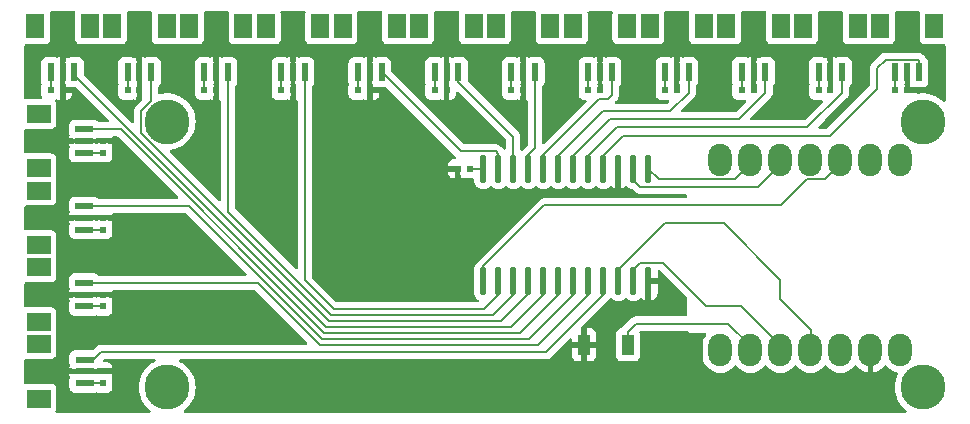
<source format=gbr>
%TF.GenerationSoftware,KiCad,Pcbnew,8.0.1*%
%TF.CreationDate,2025-01-13T07:12:32-05:00*%
%TF.ProjectId,glove-v3,676c6f76-652d-4763-932e-6b696361645f,rev?*%
%TF.SameCoordinates,Original*%
%TF.FileFunction,Copper,L1,Top*%
%TF.FilePolarity,Positive*%
%FSLAX46Y46*%
G04 Gerber Fmt 4.6, Leading zero omitted, Abs format (unit mm)*
G04 Created by KiCad (PCBNEW 8.0.1) date 2025-01-13 07:12:32*
%MOMM*%
%LPD*%
G01*
G04 APERTURE LIST*
G04 Aperture macros list*
%AMRoundRect*
0 Rectangle with rounded corners*
0 $1 Rounding radius*
0 $2 $3 $4 $5 $6 $7 $8 $9 X,Y pos of 4 corners*
0 Add a 4 corners polygon primitive as box body*
4,1,4,$2,$3,$4,$5,$6,$7,$8,$9,$2,$3,0*
0 Add four circle primitives for the rounded corners*
1,1,$1+$1,$2,$3*
1,1,$1+$1,$4,$5*
1,1,$1+$1,$6,$7*
1,1,$1+$1,$8,$9*
0 Add four rect primitives between the rounded corners*
20,1,$1+$1,$2,$3,$4,$5,0*
20,1,$1+$1,$4,$5,$6,$7,0*
20,1,$1+$1,$6,$7,$8,$9,0*
20,1,$1+$1,$8,$9,$2,$3,0*%
G04 Aperture macros list end*
%TA.AperFunction,ComponentPad*%
%ADD10C,3.800000*%
%TD*%
%TA.AperFunction,SMDPad,CuDef*%
%ADD11RoundRect,1.000000X-0.000010X0.375000X-0.000010X-0.375000X0.000010X-0.375000X0.000010X0.375000X0*%
%TD*%
%TA.AperFunction,ComponentPad*%
%ADD12C,1.524000*%
%TD*%
%TA.AperFunction,SMDPad,CuDef*%
%ADD13R,1.000000X1.800000*%
%TD*%
%TA.AperFunction,SMDPad,CuDef*%
%ADD14R,0.600000X0.600000*%
%TD*%
%TA.AperFunction,SMDPad,CuDef*%
%ADD15O,0.570000X2.390000*%
%TD*%
%TA.AperFunction,SMDPad,CuDef*%
%ADD16R,0.600000X1.550000*%
%TD*%
%TA.AperFunction,SMDPad,CuDef*%
%ADD17R,1.500000X2.000000*%
%TD*%
%TA.AperFunction,SMDPad,CuDef*%
%ADD18R,1.550000X0.600000*%
%TD*%
%TA.AperFunction,SMDPad,CuDef*%
%ADD19R,2.000000X1.500000*%
%TD*%
%TA.AperFunction,ViaPad*%
%ADD20C,0.450000*%
%TD*%
%TA.AperFunction,Conductor*%
%ADD21C,0.200000*%
%TD*%
G04 APERTURE END LIST*
D10*
%TO.P,REF\u002A\u002A,1*%
%TO.N,N/C*%
X114050000Y-34550000D03*
%TD*%
D11*
%TO.P,U1,1,PA02_A0_D0*%
%TO.N,unconnected-(U1-PA02_A0_D0-Pad1)*%
X176134400Y-37765800D03*
D12*
X176150000Y-38150000D03*
D11*
%TO.P,U1,2,PA4_A1_D1*%
%TO.N,unconnected-(U1-PA4_A1_D1-Pad2)*%
X173594400Y-37765800D03*
D12*
X173610000Y-38150000D03*
D11*
%TO.P,U1,3,PA10_A2_D2*%
%TO.N,/MUX_OUT*%
X171054400Y-37765800D03*
D12*
X171070000Y-38150000D03*
D11*
%TO.P,U1,4,PA11_A3_D3*%
%TO.N,unconnected-(U1-PA11_A3_D3-Pad4)*%
X168514400Y-37765800D03*
D12*
X168530000Y-38150000D03*
D11*
%TO.P,U1,5,PA8_A4_D4_SDA*%
%TO.N,/S2*%
X165974400Y-37765800D03*
D12*
X165990000Y-38150000D03*
D11*
%TO.P,U1,6,PA9_A5_D5_SCL*%
%TO.N,/S3*%
X163434400Y-37765800D03*
D12*
X163450000Y-38150000D03*
D11*
%TO.P,U1,7,PB08_A6_D6_TX*%
%TO.N,unconnected-(U1-PB08_A6_D6_TX-Pad7)*%
X160894400Y-37765800D03*
D12*
X160910000Y-38150000D03*
%TO.P,U1,8,PB09_A7_D7_RX*%
%TO.N,unconnected-(U1-PB09_A7_D7_RX-Pad8)*%
X160910000Y-53542400D03*
D11*
X160894400Y-53930800D03*
D12*
%TO.P,U1,9,PA7_A8_D8_SCK*%
%TO.N,Net-(U1-PA7_A8_D8_SCK)*%
X163450000Y-53542400D03*
D11*
X163434400Y-53930800D03*
D12*
%TO.P,U1,10,PA5_A9_D9_MISO*%
%TO.N,/S1*%
X165990000Y-53542400D03*
D11*
X165974400Y-53930800D03*
D12*
%TO.P,U1,11,PA6_A10_D10_MOSI*%
%TO.N,/S0*%
X168530000Y-53542400D03*
D11*
X168514400Y-53930800D03*
D12*
%TO.P,U1,12,3V3*%
%TO.N,+3V3*%
X171070000Y-53542400D03*
D11*
X171054400Y-53930800D03*
D12*
%TO.P,U1,13,GND*%
%TO.N,GND*%
X173610000Y-53542400D03*
D11*
X173594400Y-53930800D03*
D12*
%TO.P,U1,14,5V*%
%TO.N,unconnected-(U1-5V-Pad14)*%
X176150000Y-53542400D03*
D11*
X176134400Y-53930800D03*
%TD*%
D13*
%TO.P,U3,1*%
%TO.N,Net-(U1-PA7_A8_D8_SCK)*%
X153050000Y-53450000D03*
%TO.P,U3,2*%
%TO.N,GND*%
X149350000Y-53450000D03*
%TD*%
D14*
%TO.P,C16,1*%
%TO.N,+3V3*%
X139650000Y-38550000D03*
%TO.P,C16,2*%
%TO.N,GND*%
X138650000Y-38550000D03*
%TD*%
D10*
%TO.P,REF\u002A\u002A,1*%
%TO.N,N/C*%
X114050000Y-57050000D03*
%TD*%
D15*
%TO.P,U2,1,COMMONINPUT/OUTPUT*%
%TO.N,/MUX_OUT*%
X140810000Y-48040000D03*
%TO.P,U2,2,I7*%
%TO.N,/HALL_7*%
X142080000Y-48040000D03*
%TO.P,U2,3,I6*%
%TO.N,/HALL_6*%
X143350000Y-48040000D03*
%TO.P,U2,4,I5*%
%TO.N,/HALL_5*%
X144620000Y-48040000D03*
%TO.P,U2,5,I4*%
%TO.N,/HALL_4*%
X145890000Y-48040000D03*
%TO.P,U2,6,I3*%
%TO.N,/HALL_3*%
X147170000Y-48040000D03*
%TO.P,U2,7,I2*%
%TO.N,/HALL_2*%
X148430000Y-48040000D03*
%TO.P,U2,8,I1*%
%TO.N,/HALL_1*%
X149700000Y-48040000D03*
%TO.P,U2,9,I0*%
%TO.N,/HALL_0*%
X150970000Y-48040000D03*
%TO.P,U2,10,S0*%
%TO.N,/S0*%
X152240000Y-48040000D03*
%TO.P,U2,11,S1*%
%TO.N,/S1*%
X153510000Y-48040000D03*
%TO.P,U2,12,GND*%
%TO.N,GND*%
X154790000Y-48040000D03*
%TO.P,U2,13,S3*%
%TO.N,/S3*%
X154790000Y-38560000D03*
%TO.P,U2,14,S2*%
%TO.N,/S2*%
X153510000Y-38560000D03*
%TO.P,U2,15,~{E}*%
%TO.N,GND*%
X152240000Y-38560000D03*
%TO.P,U2,16,I15*%
%TO.N,/HALL_15*%
X150970000Y-38560000D03*
%TO.P,U2,17,I14*%
%TO.N,/HALL_14*%
X149700000Y-38560000D03*
%TO.P,U2,18,I13*%
%TO.N,/HALL_13*%
X148430000Y-38560000D03*
%TO.P,U2,19,I12*%
%TO.N,/HALL_12*%
X147170000Y-38560000D03*
%TO.P,U2,20,I11*%
%TO.N,/HALL_11*%
X145890000Y-38560000D03*
%TO.P,U2,21,I10*%
%TO.N,/HALL_10*%
X144620000Y-38560000D03*
%TO.P,U2,22,I9*%
%TO.N,/HALL_9*%
X143350000Y-38560000D03*
%TO.P,U2,23,I8*%
%TO.N,/HALL_8*%
X142080000Y-38560000D03*
%TO.P,U2,24,VCC*%
%TO.N,+3V3*%
X140810000Y-38560000D03*
%TD*%
D10*
%TO.P,REF\u002A\u002A,1*%
%TO.N,N/C*%
X178050000Y-57050000D03*
%TD*%
%TO.P,REF\u002A\u002A,1*%
%TO.N,N/C*%
X178050000Y-34550000D03*
%TD*%
D14*
%TO.P,C11,1*%
%TO.N,GND*%
X150700000Y-31900000D03*
%TO.P,C11,2*%
%TO.N,+3V3*%
X149700000Y-31900000D03*
%TD*%
%TO.P,C14,1*%
%TO.N,GND*%
X170200000Y-31900000D03*
%TO.P,C14,2*%
%TO.N,+3V3*%
X169200000Y-31900000D03*
%TD*%
%TO.P,C15,1*%
%TO.N,GND*%
X176700000Y-31900000D03*
%TO.P,C15,2*%
%TO.N,+3V3*%
X175700000Y-31900000D03*
%TD*%
D16*
%TO.P,H13,1,1*%
%TO.N,/HALL_13*%
X164700000Y-30380000D03*
%TO.P,H13,2,2*%
%TO.N,GND*%
X163700000Y-30380000D03*
%TO.P,H13,3,3*%
%TO.N,+3V3*%
X162700000Y-30380000D03*
D17*
%TO.P,H13,4*%
%TO.N,N/C*%
X161400000Y-26500000D03*
%TO.P,H13,5*%
X166000000Y-26500000D03*
%TD*%
D16*
%TO.P,H9,1,1*%
%TO.N,/HALL_9*%
X138700000Y-30380000D03*
%TO.P,H9,2,2*%
%TO.N,GND*%
X137700000Y-30380000D03*
%TO.P,H9,3,3*%
%TO.N,+3V3*%
X136700000Y-30380000D03*
D17*
%TO.P,H9,4*%
%TO.N,N/C*%
X135400000Y-26500000D03*
%TO.P,H9,5*%
X140000000Y-26500000D03*
%TD*%
D16*
%TO.P,H14,1,1*%
%TO.N,/HALL_14*%
X171200000Y-30380000D03*
%TO.P,H14,2,2*%
%TO.N,GND*%
X170200000Y-30380000D03*
%TO.P,H14,3,3*%
%TO.N,+3V3*%
X169200000Y-30380000D03*
D17*
%TO.P,H14,4*%
%TO.N,N/C*%
X167900000Y-26500000D03*
%TO.P,H14,5*%
X172500000Y-26500000D03*
%TD*%
D18*
%TO.P,H2,1,1*%
%TO.N,/HALL_2*%
X107040000Y-41700000D03*
%TO.P,H2,2,2*%
%TO.N,GND*%
X107040000Y-42700000D03*
%TO.P,H2,3,3*%
%TO.N,+3V3*%
X107040000Y-43700000D03*
D19*
%TO.P,H2,4*%
%TO.N,N/C*%
X103160000Y-45000000D03*
%TO.P,H2,5*%
X103160000Y-40400000D03*
%TD*%
D14*
%TO.P,C3,1*%
%TO.N,GND*%
X108600000Y-36200000D03*
%TO.P,C3,2*%
%TO.N,+3V3*%
X108600000Y-37200000D03*
%TD*%
%TO.P,C5,1*%
%TO.N,GND*%
X111700000Y-31900000D03*
%TO.P,C5,2*%
%TO.N,+3V3*%
X110700000Y-31900000D03*
%TD*%
D18*
%TO.P,H3,1,1*%
%TO.N,/HALL_3*%
X107040000Y-35200000D03*
%TO.P,H3,2,2*%
%TO.N,GND*%
X107040000Y-36200000D03*
%TO.P,H3,3,3*%
%TO.N,+3V3*%
X107040000Y-37200000D03*
D19*
%TO.P,H3,4*%
%TO.N,N/C*%
X103160000Y-38500000D03*
%TO.P,H3,5*%
X103160000Y-33900000D03*
%TD*%
D14*
%TO.P,C0,1*%
%TO.N,GND*%
X108600000Y-55700000D03*
%TO.P,C0,2*%
%TO.N,+3V3*%
X108600000Y-56700000D03*
%TD*%
%TO.P,C9,1*%
%TO.N,GND*%
X137700000Y-31900000D03*
%TO.P,C9,2*%
%TO.N,+3V3*%
X136700000Y-31900000D03*
%TD*%
%TO.P,C4,1*%
%TO.N,GND*%
X105200000Y-31900000D03*
%TO.P,C4,2*%
%TO.N,+3V3*%
X104200000Y-31900000D03*
%TD*%
D16*
%TO.P,H10,1,1*%
%TO.N,/HALL_10*%
X145200000Y-30380000D03*
%TO.P,H10,2,2*%
%TO.N,GND*%
X144200000Y-30380000D03*
%TO.P,H10,3,3*%
%TO.N,+3V3*%
X143200000Y-30380000D03*
D17*
%TO.P,H10,4*%
%TO.N,N/C*%
X141900000Y-26500000D03*
%TO.P,H10,5*%
X146500000Y-26500000D03*
%TD*%
D16*
%TO.P,H12,1,1*%
%TO.N,/HALL_12*%
X158200000Y-30380000D03*
%TO.P,H12,2,2*%
%TO.N,GND*%
X157200000Y-30380000D03*
%TO.P,H12,3,3*%
%TO.N,+3V3*%
X156200000Y-30380000D03*
D17*
%TO.P,H12,4*%
%TO.N,N/C*%
X154900000Y-26500000D03*
%TO.P,H12,5*%
X159500000Y-26500000D03*
%TD*%
D14*
%TO.P,C12,1*%
%TO.N,GND*%
X157200000Y-31900000D03*
%TO.P,C12,2*%
%TO.N,+3V3*%
X156200000Y-31900000D03*
%TD*%
D18*
%TO.P,H1,1,1*%
%TO.N,/HALL_1*%
X107040000Y-48200000D03*
%TO.P,H1,2,2*%
%TO.N,GND*%
X107040000Y-49200000D03*
%TO.P,H1,3,3*%
%TO.N,+3V3*%
X107040000Y-50200000D03*
D19*
%TO.P,H1,4*%
%TO.N,N/C*%
X103160000Y-51500000D03*
%TO.P,H1,5*%
X103160000Y-46900000D03*
%TD*%
D14*
%TO.P,C8,1*%
%TO.N,GND*%
X131200000Y-31900000D03*
%TO.P,C8,2*%
%TO.N,+3V3*%
X130200000Y-31900000D03*
%TD*%
%TO.P,C1,1*%
%TO.N,GND*%
X108600000Y-49200000D03*
%TO.P,C1,2*%
%TO.N,+3V3*%
X108600000Y-50200000D03*
%TD*%
%TO.P,C2,1*%
%TO.N,GND*%
X108600000Y-42700000D03*
%TO.P,C2,2*%
%TO.N,+3V3*%
X108600000Y-43700000D03*
%TD*%
%TO.P,C13,1*%
%TO.N,GND*%
X163700000Y-31900000D03*
%TO.P,C13,2*%
%TO.N,+3V3*%
X162700000Y-31900000D03*
%TD*%
%TO.P,C6,1*%
%TO.N,GND*%
X118200000Y-31900000D03*
%TO.P,C6,2*%
%TO.N,+3V3*%
X117200000Y-31900000D03*
%TD*%
D16*
%TO.P,H11,1,1*%
%TO.N,/HALL_11*%
X151700000Y-30380000D03*
%TO.P,H11,2,2*%
%TO.N,GND*%
X150700000Y-30380000D03*
%TO.P,H11,3,3*%
%TO.N,+3V3*%
X149700000Y-30380000D03*
D17*
%TO.P,H11,4*%
%TO.N,N/C*%
X148400000Y-26500000D03*
%TO.P,H11,5*%
X153000000Y-26500000D03*
%TD*%
D16*
%TO.P,H6,1,1*%
%TO.N,/HALL_6*%
X119200000Y-30380000D03*
%TO.P,H6,2,2*%
%TO.N,GND*%
X118200000Y-30380000D03*
%TO.P,H6,3,3*%
%TO.N,+3V3*%
X117200000Y-30380000D03*
D17*
%TO.P,H6,4*%
%TO.N,N/C*%
X115900000Y-26500000D03*
%TO.P,H6,5*%
X120500000Y-26500000D03*
%TD*%
D16*
%TO.P,H7,1,1*%
%TO.N,/HALL_7*%
X125700000Y-30380000D03*
%TO.P,H7,2,2*%
%TO.N,GND*%
X124700000Y-30380000D03*
%TO.P,H7,3,3*%
%TO.N,+3V3*%
X123700000Y-30380000D03*
D17*
%TO.P,H7,4*%
%TO.N,N/C*%
X122400000Y-26500000D03*
%TO.P,H7,5*%
X127000000Y-26500000D03*
%TD*%
D16*
%TO.P,H5,1,1*%
%TO.N,/HALL_5*%
X112700000Y-30380000D03*
%TO.P,H5,2,2*%
%TO.N,GND*%
X111700000Y-30380000D03*
%TO.P,H5,3,3*%
%TO.N,+3V3*%
X110700000Y-30380000D03*
D17*
%TO.P,H5,4*%
%TO.N,N/C*%
X109400000Y-26500000D03*
%TO.P,H5,5*%
X114000000Y-26500000D03*
%TD*%
D16*
%TO.P,H4,1,1*%
%TO.N,/HALL_4*%
X106200000Y-30380000D03*
%TO.P,H4,2,2*%
%TO.N,GND*%
X105200000Y-30380000D03*
%TO.P,H4,3,3*%
%TO.N,+3V3*%
X104200000Y-30380000D03*
D17*
%TO.P,H4,4*%
%TO.N,N/C*%
X102900000Y-26500000D03*
%TO.P,H4,5*%
X107500000Y-26500000D03*
%TD*%
D18*
%TO.P,H0,1,1*%
%TO.N,/HALL_0*%
X107052500Y-54700000D03*
%TO.P,H0,2,2*%
%TO.N,GND*%
X107052500Y-55700000D03*
%TO.P,H0,3,3*%
%TO.N,+3V3*%
X107052500Y-56700000D03*
D19*
%TO.P,H0,4*%
%TO.N,N/C*%
X103172500Y-58000000D03*
%TO.P,H0,5*%
X103172500Y-53400000D03*
%TD*%
D16*
%TO.P,H8,1,1*%
%TO.N,/HALL_8*%
X132200000Y-30380000D03*
%TO.P,H8,2,2*%
%TO.N,GND*%
X131200000Y-30380000D03*
%TO.P,H8,3,3*%
%TO.N,+3V3*%
X130200000Y-30380000D03*
D17*
%TO.P,H8,4*%
%TO.N,N/C*%
X128900000Y-26500000D03*
%TO.P,H8,5*%
X133500000Y-26500000D03*
%TD*%
D14*
%TO.P,C10,1*%
%TO.N,GND*%
X144200000Y-31900000D03*
%TO.P,C10,2*%
%TO.N,+3V3*%
X143200000Y-31900000D03*
%TD*%
D16*
%TO.P,H15,1,1*%
%TO.N,/HALL_15*%
X177700000Y-30380000D03*
%TO.P,H15,2,2*%
%TO.N,GND*%
X176700000Y-30380000D03*
%TO.P,H15,3,3*%
%TO.N,+3V3*%
X175700000Y-30380000D03*
D17*
%TO.P,H15,4*%
%TO.N,N/C*%
X174400000Y-26500000D03*
%TO.P,H15,5*%
X179000000Y-26500000D03*
%TD*%
D14*
%TO.P,C7,1*%
%TO.N,GND*%
X124700000Y-31900000D03*
%TO.P,C7,2*%
%TO.N,+3V3*%
X123700000Y-31900000D03*
%TD*%
D20*
%TO.N,GND*%
X138650000Y-38550000D03*
X152240000Y-38560000D03*
X154790000Y-48040000D03*
%TO.N,+3V3*%
X140810000Y-38560000D03*
X175700000Y-30380000D03*
X169200000Y-30380000D03*
X162700000Y-30380000D03*
X156200000Y-30380000D03*
X149700000Y-30380000D03*
X143200000Y-30380000D03*
X136700000Y-30380000D03*
X130200000Y-30380000D03*
X123700000Y-30380000D03*
X117200000Y-30380000D03*
X110700000Y-30380000D03*
X104200000Y-30380000D03*
X107040000Y-37200000D03*
X107040000Y-43700000D03*
X107040000Y-50200000D03*
X107052500Y-56700000D03*
%TO.N,GND*%
X107052500Y-55700000D03*
X107040000Y-49200000D03*
X107040000Y-42700000D03*
X107040000Y-36200000D03*
X105200000Y-30380000D03*
X111700000Y-30380000D03*
X118200000Y-30380000D03*
X124700000Y-30380000D03*
X131200000Y-30380000D03*
X137700000Y-30380000D03*
X144200000Y-30380000D03*
X150700000Y-30380000D03*
X157200000Y-30380000D03*
X163700000Y-30380000D03*
X170200000Y-30380000D03*
X176700000Y-30380000D03*
%TD*%
D21*
%TO.N,Net-(U1-PA7_A8_D8_SCK)*%
X153050000Y-53450000D02*
X153050000Y-52350000D01*
X153050000Y-52350000D02*
X153750000Y-51650000D01*
X153750000Y-51650000D02*
X161557600Y-51650000D01*
X161557600Y-51650000D02*
X163450000Y-53542400D01*
%TO.N,/HALL_7*%
X125700000Y-30380000D02*
X125700000Y-48000000D01*
X125700000Y-48000000D02*
X128150000Y-50450000D01*
X142080000Y-49220000D02*
X142080000Y-48040000D01*
X128150000Y-50450000D02*
X140850000Y-50450000D01*
X140850000Y-50450000D02*
X142080000Y-49220000D01*
%TO.N,/HALL_6*%
X119200000Y-30380000D02*
X119200000Y-42200000D01*
X143350000Y-49250000D02*
X143350000Y-48040000D01*
X119200000Y-42200000D02*
X127950000Y-50950000D01*
X127950000Y-50950000D02*
X141650000Y-50950000D01*
X141650000Y-50950000D02*
X143350000Y-49250000D01*
%TO.N,/HALL_5*%
X112700000Y-30380000D02*
X112700000Y-32788730D01*
X112700000Y-32788730D02*
X111850000Y-33638730D01*
X111850000Y-33638730D02*
X111850000Y-35550000D01*
X111850000Y-35550000D02*
X127750000Y-51450000D01*
X127750000Y-51450000D02*
X142350000Y-51450000D01*
X144620000Y-49180000D02*
X144620000Y-48040000D01*
X142350000Y-51450000D02*
X144620000Y-49180000D01*
%TO.N,/HALL_4*%
X106200000Y-30380000D02*
X106200000Y-30640000D01*
X106200000Y-30640000D02*
X127510000Y-51950000D01*
X143150000Y-51950000D02*
X145890000Y-49210000D01*
X127510000Y-51950000D02*
X143150000Y-51950000D01*
X145890000Y-49210000D02*
X145890000Y-48040000D01*
%TO.N,/HALL_3*%
X107040000Y-35200000D02*
X110100000Y-35200000D01*
X110100000Y-35200000D02*
X127350000Y-52450000D01*
X143950000Y-52450000D02*
X147170000Y-49230000D01*
X127350000Y-52450000D02*
X143950000Y-52450000D01*
X147170000Y-49230000D02*
X147170000Y-48040000D01*
%TO.N,/HALL_2*%
X107040000Y-41700000D02*
X115900000Y-41700000D01*
X115900000Y-41700000D02*
X127150000Y-52950000D01*
X127150000Y-52950000D02*
X144700000Y-52950000D01*
X144700000Y-52950000D02*
X148430000Y-49220000D01*
X148430000Y-49220000D02*
X148430000Y-48040000D01*
%TO.N,/HALL_1*%
X107040000Y-48200000D02*
X121700000Y-48200000D01*
X145450000Y-53450000D02*
X149700000Y-49200000D01*
X121700000Y-48200000D02*
X126950000Y-53450000D01*
X149700000Y-49200000D02*
X149700000Y-48040000D01*
X126950000Y-53450000D02*
X145450000Y-53450000D01*
%TO.N,/HALL_0*%
X107052500Y-54700000D02*
X107800000Y-54700000D01*
X146150000Y-54050000D02*
X150970000Y-49230000D01*
X107800000Y-54700000D02*
X108450000Y-54050000D01*
X108450000Y-54050000D02*
X146150000Y-54050000D01*
X150970000Y-49230000D02*
X150970000Y-48040000D01*
%TO.N,/HALL_9*%
X138700000Y-30380000D02*
X138700000Y-31200000D01*
X138700000Y-31200000D02*
X143350000Y-35850000D01*
X143350000Y-35850000D02*
X143350000Y-38560000D01*
%TO.N,/S1*%
X153510000Y-48040000D02*
X153510000Y-47130000D01*
X153510000Y-47130000D02*
X154095000Y-46545000D01*
X159653600Y-50150000D02*
X162597600Y-50150000D01*
X154095000Y-46545000D02*
X156048600Y-46545000D01*
X156048600Y-46545000D02*
X159653600Y-50150000D01*
X162597600Y-50150000D02*
X165990000Y-53542400D01*
%TO.N,/S0*%
X165974400Y-47924378D02*
X165974400Y-49604222D01*
X165974400Y-49604222D02*
X168530000Y-52159822D01*
X168530000Y-52159822D02*
X168530000Y-53542400D01*
%TO.N,+3V3*%
X139650000Y-38550000D02*
X140800000Y-38550000D01*
X140800000Y-38550000D02*
X140810000Y-38560000D01*
%TO.N,/S0*%
X152240000Y-48040000D02*
X152240000Y-47130000D01*
X152240000Y-47130000D02*
X156220000Y-43150000D01*
X156220000Y-43150000D02*
X161200022Y-43150000D01*
X161200022Y-43150000D02*
X165974400Y-47924378D01*
%TO.N,/MUX_OUT*%
X171070000Y-38150000D02*
X169779200Y-39440800D01*
X169779200Y-39440800D02*
X168259200Y-39440800D01*
X145950000Y-41650000D02*
X140810000Y-46790000D01*
X140810000Y-46790000D02*
X140810000Y-48040000D01*
X168259200Y-39440800D02*
X166050000Y-41650000D01*
X166050000Y-41650000D02*
X145950000Y-41650000D01*
%TO.N,/HALL_15*%
X150970000Y-38560000D02*
X150970000Y-37430000D01*
X150970000Y-37430000D02*
X152650000Y-35750000D01*
X152650000Y-35750000D02*
X170150000Y-35750000D01*
X170150000Y-35750000D02*
X174150000Y-31750000D01*
X174895000Y-29305000D02*
X177600000Y-29305000D01*
X174150000Y-31750000D02*
X174150000Y-30050000D01*
X174150000Y-30050000D02*
X174895000Y-29305000D01*
X177600000Y-29305000D02*
X177700000Y-29405000D01*
X177700000Y-29405000D02*
X177700000Y-30380000D01*
%TO.N,+3V3*%
X107052500Y-56700000D02*
X108600000Y-56700000D01*
%TO.N,GND*%
X107052500Y-55700000D02*
X108600000Y-55700000D01*
%TO.N,+3V3*%
X108600000Y-50200000D02*
X107040000Y-50200000D01*
%TO.N,GND*%
X107040000Y-49200000D02*
X108600000Y-49200000D01*
%TO.N,+3V3*%
X108600000Y-43700000D02*
X107040000Y-43700000D01*
%TO.N,GND*%
X107040000Y-42700000D02*
X108600000Y-42700000D01*
%TO.N,+3V3*%
X108600000Y-37200000D02*
X107040000Y-37200000D01*
%TO.N,GND*%
X107040000Y-36200000D02*
X108600000Y-36200000D01*
%TO.N,+3V3*%
X104200000Y-31900000D02*
X104200000Y-30380000D01*
%TO.N,GND*%
X105200000Y-30380000D02*
X105200000Y-31900000D01*
%TO.N,+3V3*%
X110700000Y-31900000D02*
X110700000Y-30380000D01*
%TO.N,GND*%
X111700000Y-30380000D02*
X111700000Y-31900000D01*
%TO.N,+3V3*%
X117200000Y-31900000D02*
X117200000Y-30380000D01*
%TO.N,GND*%
X118200000Y-30380000D02*
X118200000Y-31900000D01*
%TO.N,+3V3*%
X123700000Y-31900000D02*
X123700000Y-30380000D01*
%TO.N,GND*%
X124700000Y-30380000D02*
X124700000Y-31900000D01*
%TO.N,+3V3*%
X130200000Y-31900000D02*
X130200000Y-30380000D01*
%TO.N,GND*%
X131200000Y-30380000D02*
X131200000Y-31900000D01*
%TO.N,+3V3*%
X136700000Y-31900000D02*
X136700000Y-30380000D01*
%TO.N,GND*%
X137700000Y-30380000D02*
X137700000Y-31900000D01*
%TO.N,+3V3*%
X143200000Y-31900000D02*
X143200000Y-30380000D01*
%TO.N,GND*%
X144200000Y-30380000D02*
X144200000Y-31900000D01*
%TO.N,+3V3*%
X149700000Y-31900000D02*
X149700000Y-30380000D01*
%TO.N,GND*%
X150700000Y-30380000D02*
X150700000Y-31900000D01*
%TO.N,+3V3*%
X156200000Y-31900000D02*
X156200000Y-30380000D01*
%TO.N,GND*%
X157200000Y-30380000D02*
X157200000Y-31900000D01*
%TO.N,+3V3*%
X162700000Y-31900000D02*
X162700000Y-30380000D01*
%TO.N,GND*%
X163700000Y-30380000D02*
X163700000Y-31900000D01*
%TO.N,+3V3*%
X169200000Y-30380000D02*
X169200000Y-31900000D01*
%TO.N,GND*%
X170200000Y-30380000D02*
X170200000Y-31900000D01*
%TO.N,+3V3*%
X175700000Y-30380000D02*
X175700000Y-31900000D01*
%TO.N,GND*%
X176700000Y-30380000D02*
X176700000Y-31900000D01*
%TO.N,/S2*%
X153510000Y-38560000D02*
X153510000Y-39470000D01*
X153510000Y-39470000D02*
X154095000Y-40055000D01*
X154095000Y-40055000D02*
X164085000Y-40055000D01*
X164085000Y-40055000D02*
X165990000Y-38150000D01*
%TO.N,/S3*%
X154790000Y-38560000D02*
X155670800Y-39440800D01*
X155670800Y-39440800D02*
X162159200Y-39440800D01*
X162159200Y-39440800D02*
X163450000Y-38150000D01*
%TO.N,/HALL_8*%
X132200000Y-30380000D02*
X138885000Y-37065000D01*
X138885000Y-37065000D02*
X141865000Y-37065000D01*
X141865000Y-37065000D02*
X142080000Y-37280000D01*
X142080000Y-37280000D02*
X142080000Y-38560000D01*
%TO.N,/HALL_10*%
X145200000Y-30380000D02*
X145200000Y-36800000D01*
X145200000Y-36800000D02*
X144620000Y-37380000D01*
X144620000Y-37380000D02*
X144620000Y-38560000D01*
%TO.N,/HALL_11*%
X151700000Y-30380000D02*
X151700000Y-32300000D01*
X151700000Y-32300000D02*
X151350000Y-32650000D01*
X150650000Y-32650000D02*
X145890000Y-37410000D01*
X151350000Y-32650000D02*
X150650000Y-32650000D01*
X145890000Y-37410000D02*
X145890000Y-38560000D01*
%TO.N,/HALL_12*%
X158200000Y-30380000D02*
X158200000Y-32100000D01*
X158200000Y-32100000D02*
X156650000Y-33650000D01*
X156650000Y-33650000D02*
X150950000Y-33650000D01*
X150950000Y-33650000D02*
X147170000Y-37430000D01*
X147170000Y-37430000D02*
X147170000Y-38560000D01*
%TO.N,/HALL_13*%
X164700000Y-30380000D02*
X164700000Y-32100000D01*
X164700000Y-32100000D02*
X162450000Y-34350000D01*
X162450000Y-34350000D02*
X151550000Y-34350000D01*
X151550000Y-34350000D02*
X148430000Y-37470000D01*
X148430000Y-37470000D02*
X148430000Y-38560000D01*
%TO.N,/HALL_14*%
X171200000Y-30380000D02*
X171200000Y-32100000D01*
X171200000Y-32100000D02*
X168250000Y-35050000D01*
X152100000Y-35050000D02*
X149700000Y-37450000D01*
X149700000Y-37450000D02*
X149700000Y-38560000D01*
X168250000Y-35050000D02*
X152100000Y-35050000D01*
%TD*%
%TA.AperFunction,Conductor*%
%TO.N,GND*%
G36*
X106215972Y-25220185D02*
G01*
X106261727Y-25272989D01*
X106271671Y-25342147D01*
X106265115Y-25367832D01*
X106255909Y-25392514D01*
X106255908Y-25392516D01*
X106249501Y-25452116D01*
X106249501Y-25452123D01*
X106249500Y-25452135D01*
X106249500Y-27547870D01*
X106249501Y-27547876D01*
X106255908Y-27607483D01*
X106306202Y-27742328D01*
X106306206Y-27742335D01*
X106392452Y-27857544D01*
X106392455Y-27857547D01*
X106507664Y-27943793D01*
X106507671Y-27943797D01*
X106642517Y-27994091D01*
X106642516Y-27994091D01*
X106649444Y-27994835D01*
X106702127Y-28000500D01*
X108297872Y-28000499D01*
X108357483Y-27994091D01*
X108406665Y-27975746D01*
X108476355Y-27970761D01*
X108493333Y-27975747D01*
X108542508Y-27994088D01*
X108542511Y-27994088D01*
X108542517Y-27994091D01*
X108602127Y-28000500D01*
X110197872Y-28000499D01*
X110257483Y-27994091D01*
X110392331Y-27943796D01*
X110507546Y-27857546D01*
X110593796Y-27742331D01*
X110644091Y-27607483D01*
X110650500Y-27547873D01*
X110650499Y-25452128D01*
X110644091Y-25392517D01*
X110644090Y-25392514D01*
X110634885Y-25367832D01*
X110629901Y-25298140D01*
X110663387Y-25236818D01*
X110724711Y-25203333D01*
X110751067Y-25200500D01*
X112648933Y-25200500D01*
X112715972Y-25220185D01*
X112761727Y-25272989D01*
X112771671Y-25342147D01*
X112765115Y-25367832D01*
X112755909Y-25392514D01*
X112755908Y-25392516D01*
X112749501Y-25452116D01*
X112749501Y-25452123D01*
X112749500Y-25452135D01*
X112749500Y-27547870D01*
X112749501Y-27547876D01*
X112755908Y-27607483D01*
X112806202Y-27742328D01*
X112806206Y-27742335D01*
X112892452Y-27857544D01*
X112892455Y-27857547D01*
X113007664Y-27943793D01*
X113007671Y-27943797D01*
X113142517Y-27994091D01*
X113142516Y-27994091D01*
X113149444Y-27994835D01*
X113202127Y-28000500D01*
X114797872Y-28000499D01*
X114857483Y-27994091D01*
X114906665Y-27975746D01*
X114976355Y-27970761D01*
X114993333Y-27975747D01*
X115042508Y-27994088D01*
X115042511Y-27994088D01*
X115042517Y-27994091D01*
X115102127Y-28000500D01*
X116697872Y-28000499D01*
X116757483Y-27994091D01*
X116892331Y-27943796D01*
X117007546Y-27857546D01*
X117093796Y-27742331D01*
X117144091Y-27607483D01*
X117150500Y-27547873D01*
X117150499Y-25452128D01*
X117144091Y-25392517D01*
X117144090Y-25392514D01*
X117134885Y-25367832D01*
X117129901Y-25298140D01*
X117163387Y-25236818D01*
X117224711Y-25203333D01*
X117251067Y-25200500D01*
X119148933Y-25200500D01*
X119215972Y-25220185D01*
X119261727Y-25272989D01*
X119271671Y-25342147D01*
X119265115Y-25367832D01*
X119255909Y-25392514D01*
X119255908Y-25392516D01*
X119249501Y-25452116D01*
X119249501Y-25452123D01*
X119249500Y-25452135D01*
X119249500Y-27547870D01*
X119249501Y-27547876D01*
X119255908Y-27607483D01*
X119306202Y-27742328D01*
X119306206Y-27742335D01*
X119392452Y-27857544D01*
X119392455Y-27857547D01*
X119507664Y-27943793D01*
X119507671Y-27943797D01*
X119642517Y-27994091D01*
X119642516Y-27994091D01*
X119649444Y-27994835D01*
X119702127Y-28000500D01*
X121297872Y-28000499D01*
X121357483Y-27994091D01*
X121406665Y-27975746D01*
X121476355Y-27970761D01*
X121493333Y-27975747D01*
X121542508Y-27994088D01*
X121542511Y-27994088D01*
X121542517Y-27994091D01*
X121602127Y-28000500D01*
X123197872Y-28000499D01*
X123257483Y-27994091D01*
X123392331Y-27943796D01*
X123507546Y-27857546D01*
X123593796Y-27742331D01*
X123644091Y-27607483D01*
X123650500Y-27547873D01*
X123650499Y-25452128D01*
X123644091Y-25392517D01*
X123644090Y-25392514D01*
X123634885Y-25367832D01*
X123629901Y-25298140D01*
X123663387Y-25236818D01*
X123724711Y-25203333D01*
X123751067Y-25200500D01*
X125648933Y-25200500D01*
X125715972Y-25220185D01*
X125761727Y-25272989D01*
X125771671Y-25342147D01*
X125765115Y-25367832D01*
X125755909Y-25392514D01*
X125755908Y-25392516D01*
X125749501Y-25452116D01*
X125749501Y-25452123D01*
X125749500Y-25452135D01*
X125749500Y-27547870D01*
X125749501Y-27547876D01*
X125755908Y-27607483D01*
X125806202Y-27742328D01*
X125806206Y-27742335D01*
X125892452Y-27857544D01*
X125892455Y-27857547D01*
X126007664Y-27943793D01*
X126007671Y-27943797D01*
X126142517Y-27994091D01*
X126142516Y-27994091D01*
X126149444Y-27994835D01*
X126202127Y-28000500D01*
X127797872Y-28000499D01*
X127857483Y-27994091D01*
X127906665Y-27975746D01*
X127976355Y-27970761D01*
X127993333Y-27975747D01*
X128042508Y-27994088D01*
X128042511Y-27994088D01*
X128042517Y-27994091D01*
X128102127Y-28000500D01*
X129697872Y-28000499D01*
X129757483Y-27994091D01*
X129892331Y-27943796D01*
X130007546Y-27857546D01*
X130093796Y-27742331D01*
X130144091Y-27607483D01*
X130150500Y-27547873D01*
X130150499Y-25452128D01*
X130144091Y-25392517D01*
X130144090Y-25392514D01*
X130134885Y-25367832D01*
X130129901Y-25298140D01*
X130163387Y-25236818D01*
X130224711Y-25203333D01*
X130251067Y-25200500D01*
X132148933Y-25200500D01*
X132215972Y-25220185D01*
X132261727Y-25272989D01*
X132271671Y-25342147D01*
X132265115Y-25367832D01*
X132255909Y-25392514D01*
X132255908Y-25392516D01*
X132249501Y-25452116D01*
X132249501Y-25452123D01*
X132249500Y-25452135D01*
X132249500Y-27547870D01*
X132249501Y-27547876D01*
X132255908Y-27607483D01*
X132306202Y-27742328D01*
X132306206Y-27742335D01*
X132392452Y-27857544D01*
X132392455Y-27857547D01*
X132507664Y-27943793D01*
X132507671Y-27943797D01*
X132642517Y-27994091D01*
X132642516Y-27994091D01*
X132649444Y-27994835D01*
X132702127Y-28000500D01*
X134297872Y-28000499D01*
X134357483Y-27994091D01*
X134406665Y-27975746D01*
X134476355Y-27970761D01*
X134493333Y-27975747D01*
X134542508Y-27994088D01*
X134542511Y-27994088D01*
X134542517Y-27994091D01*
X134602127Y-28000500D01*
X136197872Y-28000499D01*
X136257483Y-27994091D01*
X136392331Y-27943796D01*
X136507546Y-27857546D01*
X136593796Y-27742331D01*
X136644091Y-27607483D01*
X136650500Y-27547873D01*
X136650499Y-25452128D01*
X136644091Y-25392517D01*
X136644090Y-25392514D01*
X136634885Y-25367832D01*
X136629901Y-25298140D01*
X136663387Y-25236818D01*
X136724711Y-25203333D01*
X136751067Y-25200500D01*
X138648933Y-25200500D01*
X138715972Y-25220185D01*
X138761727Y-25272989D01*
X138771671Y-25342147D01*
X138765115Y-25367832D01*
X138755909Y-25392514D01*
X138755908Y-25392516D01*
X138749501Y-25452116D01*
X138749501Y-25452123D01*
X138749500Y-25452135D01*
X138749500Y-27547870D01*
X138749501Y-27547876D01*
X138755908Y-27607483D01*
X138806202Y-27742328D01*
X138806206Y-27742335D01*
X138892452Y-27857544D01*
X138892455Y-27857547D01*
X139007664Y-27943793D01*
X139007671Y-27943797D01*
X139142517Y-27994091D01*
X139142516Y-27994091D01*
X139149444Y-27994835D01*
X139202127Y-28000500D01*
X140797872Y-28000499D01*
X140857483Y-27994091D01*
X140906665Y-27975746D01*
X140976355Y-27970761D01*
X140993333Y-27975747D01*
X141042508Y-27994088D01*
X141042511Y-27994088D01*
X141042517Y-27994091D01*
X141102127Y-28000500D01*
X142697872Y-28000499D01*
X142757483Y-27994091D01*
X142892331Y-27943796D01*
X143007546Y-27857546D01*
X143093796Y-27742331D01*
X143144091Y-27607483D01*
X143150500Y-27547873D01*
X143150499Y-25452128D01*
X143144091Y-25392517D01*
X143144090Y-25392514D01*
X143134885Y-25367832D01*
X143129901Y-25298140D01*
X143163387Y-25236818D01*
X143224711Y-25203333D01*
X143251067Y-25200500D01*
X145148933Y-25200500D01*
X145215972Y-25220185D01*
X145261727Y-25272989D01*
X145271671Y-25342147D01*
X145265115Y-25367832D01*
X145255909Y-25392514D01*
X145255908Y-25392516D01*
X145249501Y-25452116D01*
X145249501Y-25452123D01*
X145249500Y-25452135D01*
X145249500Y-27547870D01*
X145249501Y-27547876D01*
X145255908Y-27607483D01*
X145306202Y-27742328D01*
X145306206Y-27742335D01*
X145392452Y-27857544D01*
X145392455Y-27857547D01*
X145507664Y-27943793D01*
X145507671Y-27943797D01*
X145642517Y-27994091D01*
X145642516Y-27994091D01*
X145649444Y-27994835D01*
X145702127Y-28000500D01*
X147297872Y-28000499D01*
X147357483Y-27994091D01*
X147406665Y-27975746D01*
X147476355Y-27970761D01*
X147493333Y-27975747D01*
X147542508Y-27994088D01*
X147542511Y-27994088D01*
X147542517Y-27994091D01*
X147602127Y-28000500D01*
X149197872Y-28000499D01*
X149257483Y-27994091D01*
X149392331Y-27943796D01*
X149507546Y-27857546D01*
X149593796Y-27742331D01*
X149644091Y-27607483D01*
X149650500Y-27547873D01*
X149650499Y-25452128D01*
X149644091Y-25392517D01*
X149644090Y-25392514D01*
X149634885Y-25367832D01*
X149629901Y-25298140D01*
X149663387Y-25236818D01*
X149724711Y-25203333D01*
X149751067Y-25200500D01*
X151648933Y-25200500D01*
X151715972Y-25220185D01*
X151761727Y-25272989D01*
X151771671Y-25342147D01*
X151765115Y-25367832D01*
X151755909Y-25392514D01*
X151755908Y-25392516D01*
X151749501Y-25452116D01*
X151749501Y-25452123D01*
X151749500Y-25452135D01*
X151749500Y-27547870D01*
X151749501Y-27547876D01*
X151755908Y-27607483D01*
X151806202Y-27742328D01*
X151806206Y-27742335D01*
X151892452Y-27857544D01*
X151892455Y-27857547D01*
X152007664Y-27943793D01*
X152007671Y-27943797D01*
X152142517Y-27994091D01*
X152142516Y-27994091D01*
X152149444Y-27994835D01*
X152202127Y-28000500D01*
X153797872Y-28000499D01*
X153857483Y-27994091D01*
X153906665Y-27975746D01*
X153976355Y-27970761D01*
X153993333Y-27975747D01*
X154042508Y-27994088D01*
X154042511Y-27994088D01*
X154042517Y-27994091D01*
X154102127Y-28000500D01*
X155697872Y-28000499D01*
X155757483Y-27994091D01*
X155892331Y-27943796D01*
X156007546Y-27857546D01*
X156093796Y-27742331D01*
X156144091Y-27607483D01*
X156150500Y-27547873D01*
X156150499Y-25452128D01*
X156144091Y-25392517D01*
X156144090Y-25392514D01*
X156134885Y-25367832D01*
X156129901Y-25298140D01*
X156163387Y-25236818D01*
X156224711Y-25203333D01*
X156251067Y-25200500D01*
X158148933Y-25200500D01*
X158215972Y-25220185D01*
X158261727Y-25272989D01*
X158271671Y-25342147D01*
X158265115Y-25367832D01*
X158255909Y-25392514D01*
X158255908Y-25392516D01*
X158249501Y-25452116D01*
X158249501Y-25452123D01*
X158249500Y-25452135D01*
X158249500Y-27547870D01*
X158249501Y-27547876D01*
X158255908Y-27607483D01*
X158306202Y-27742328D01*
X158306206Y-27742335D01*
X158392452Y-27857544D01*
X158392455Y-27857547D01*
X158507664Y-27943793D01*
X158507671Y-27943797D01*
X158642517Y-27994091D01*
X158642516Y-27994091D01*
X158649444Y-27994835D01*
X158702127Y-28000500D01*
X160297872Y-28000499D01*
X160357483Y-27994091D01*
X160406665Y-27975746D01*
X160476355Y-27970761D01*
X160493333Y-27975747D01*
X160542508Y-27994088D01*
X160542511Y-27994088D01*
X160542517Y-27994091D01*
X160602127Y-28000500D01*
X162197872Y-28000499D01*
X162257483Y-27994091D01*
X162392331Y-27943796D01*
X162507546Y-27857546D01*
X162593796Y-27742331D01*
X162644091Y-27607483D01*
X162650500Y-27547873D01*
X162650499Y-25452128D01*
X162644091Y-25392517D01*
X162644090Y-25392514D01*
X162634885Y-25367832D01*
X162629901Y-25298140D01*
X162663387Y-25236818D01*
X162724711Y-25203333D01*
X162751067Y-25200500D01*
X164648933Y-25200500D01*
X164715972Y-25220185D01*
X164761727Y-25272989D01*
X164771671Y-25342147D01*
X164765115Y-25367832D01*
X164755909Y-25392514D01*
X164755908Y-25392516D01*
X164749501Y-25452116D01*
X164749501Y-25452123D01*
X164749500Y-25452135D01*
X164749500Y-27547870D01*
X164749501Y-27547876D01*
X164755908Y-27607483D01*
X164806202Y-27742328D01*
X164806206Y-27742335D01*
X164892452Y-27857544D01*
X164892455Y-27857547D01*
X165007664Y-27943793D01*
X165007671Y-27943797D01*
X165142517Y-27994091D01*
X165142516Y-27994091D01*
X165149444Y-27994835D01*
X165202127Y-28000500D01*
X166797872Y-28000499D01*
X166857483Y-27994091D01*
X166906665Y-27975746D01*
X166976355Y-27970761D01*
X166993333Y-27975747D01*
X167042508Y-27994088D01*
X167042511Y-27994088D01*
X167042517Y-27994091D01*
X167102127Y-28000500D01*
X168697872Y-28000499D01*
X168757483Y-27994091D01*
X168892331Y-27943796D01*
X169007546Y-27857546D01*
X169093796Y-27742331D01*
X169144091Y-27607483D01*
X169150500Y-27547873D01*
X169150499Y-25452128D01*
X169144091Y-25392517D01*
X169144090Y-25392514D01*
X169134885Y-25367832D01*
X169129901Y-25298140D01*
X169163387Y-25236818D01*
X169224711Y-25203333D01*
X169251067Y-25200500D01*
X171148933Y-25200500D01*
X171215972Y-25220185D01*
X171261727Y-25272989D01*
X171271671Y-25342147D01*
X171265115Y-25367832D01*
X171255909Y-25392514D01*
X171255908Y-25392516D01*
X171249501Y-25452116D01*
X171249501Y-25452123D01*
X171249500Y-25452135D01*
X171249500Y-27547870D01*
X171249501Y-27547876D01*
X171255908Y-27607483D01*
X171306202Y-27742328D01*
X171306206Y-27742335D01*
X171392452Y-27857544D01*
X171392455Y-27857547D01*
X171507664Y-27943793D01*
X171507671Y-27943797D01*
X171642517Y-27994091D01*
X171642516Y-27994091D01*
X171649444Y-27994835D01*
X171702127Y-28000500D01*
X173297872Y-28000499D01*
X173357483Y-27994091D01*
X173406665Y-27975746D01*
X173476355Y-27970761D01*
X173493333Y-27975747D01*
X173542508Y-27994088D01*
X173542511Y-27994088D01*
X173542517Y-27994091D01*
X173602127Y-28000500D01*
X175197872Y-28000499D01*
X175257483Y-27994091D01*
X175392331Y-27943796D01*
X175507546Y-27857546D01*
X175593796Y-27742331D01*
X175644091Y-27607483D01*
X175650500Y-27547873D01*
X175650499Y-25452128D01*
X175644091Y-25392517D01*
X175644090Y-25392514D01*
X175634885Y-25367832D01*
X175629901Y-25298140D01*
X175663387Y-25236818D01*
X175724711Y-25203333D01*
X175751067Y-25200500D01*
X177648933Y-25200500D01*
X177715972Y-25220185D01*
X177761727Y-25272989D01*
X177771671Y-25342147D01*
X177765115Y-25367832D01*
X177755909Y-25392514D01*
X177755908Y-25392516D01*
X177749501Y-25452116D01*
X177749501Y-25452123D01*
X177749500Y-25452135D01*
X177749500Y-27547870D01*
X177749501Y-27547876D01*
X177755908Y-27607483D01*
X177806202Y-27742328D01*
X177806206Y-27742335D01*
X177892452Y-27857544D01*
X177892455Y-27857547D01*
X178007664Y-27943793D01*
X178007671Y-27943797D01*
X178142517Y-27994091D01*
X178142516Y-27994091D01*
X178149444Y-27994835D01*
X178202127Y-28000500D01*
X179797872Y-28000499D01*
X179812242Y-27998954D01*
X179881001Y-28011357D01*
X179932140Y-28058966D01*
X179949500Y-28122243D01*
X179949500Y-32754193D01*
X179929815Y-32821232D01*
X179877011Y-32866987D01*
X179807853Y-32876931D01*
X179744297Y-32847906D01*
X179740616Y-32844585D01*
X179583163Y-32696727D01*
X179583153Y-32696719D01*
X179338806Y-32519191D01*
X179338799Y-32519186D01*
X179338795Y-32519184D01*
X179074104Y-32373668D01*
X179074101Y-32373666D01*
X179074096Y-32373664D01*
X179074095Y-32373663D01*
X178793265Y-32262475D01*
X178793262Y-32262474D01*
X178500695Y-32187357D01*
X178201036Y-32149500D01*
X178201027Y-32149500D01*
X177898973Y-32149500D01*
X177898961Y-32149500D01*
X177604572Y-32186691D01*
X177535594Y-32175564D01*
X177501350Y-32151350D01*
X177500000Y-32150000D01*
X176624500Y-32150000D01*
X176557461Y-32130315D01*
X176511706Y-32077511D01*
X176500500Y-32026000D01*
X176500499Y-31552129D01*
X176500498Y-31552123D01*
X176498935Y-31537584D01*
X176494091Y-31492517D01*
X176467353Y-31420831D01*
X176462370Y-31351142D01*
X176467355Y-31334165D01*
X176494089Y-31262488D01*
X176494091Y-31262483D01*
X176500500Y-31202873D01*
X176500499Y-30253999D01*
X176520183Y-30186961D01*
X176572987Y-30141206D01*
X176624499Y-30130000D01*
X176775500Y-30130000D01*
X176842539Y-30149685D01*
X176888294Y-30202489D01*
X176899500Y-30254000D01*
X176899500Y-31202870D01*
X176899501Y-31202876D01*
X176905908Y-31262481D01*
X176905909Y-31262483D01*
X176942182Y-31359737D01*
X176950000Y-31403068D01*
X176950000Y-31650000D01*
X177294329Y-31650000D01*
X177307584Y-31650710D01*
X177352127Y-31655500D01*
X178047872Y-31655499D01*
X178107483Y-31649091D01*
X178242331Y-31598796D01*
X178357546Y-31512546D01*
X178443796Y-31397331D01*
X178494091Y-31262483D01*
X178500500Y-31202873D01*
X178500499Y-29557128D01*
X178494091Y-29497517D01*
X178443796Y-29362669D01*
X178443795Y-29362668D01*
X178443793Y-29362664D01*
X178357548Y-29247457D01*
X178357546Y-29247454D01*
X178357542Y-29247451D01*
X178357539Y-29247448D01*
X178280849Y-29190037D01*
X178247773Y-29152771D01*
X178180520Y-29036284D01*
X178068716Y-28924480D01*
X177968716Y-28824480D01*
X177881904Y-28774360D01*
X177881904Y-28774359D01*
X177881900Y-28774358D01*
X177831785Y-28745423D01*
X177679057Y-28704499D01*
X177520943Y-28704499D01*
X177513347Y-28704499D01*
X177513331Y-28704500D01*
X174974057Y-28704500D01*
X174815943Y-28704500D01*
X174663215Y-28745423D01*
X174663214Y-28745423D01*
X174663212Y-28745424D01*
X174663209Y-28745425D01*
X174613096Y-28774359D01*
X174613095Y-28774360D01*
X174569689Y-28799420D01*
X174526285Y-28824479D01*
X174526282Y-28824481D01*
X173669479Y-29681284D01*
X173649913Y-29715174D01*
X173641643Y-29729500D01*
X173590423Y-29818215D01*
X173549499Y-29970943D01*
X173549499Y-29970945D01*
X173549499Y-30139046D01*
X173549500Y-30139059D01*
X173549500Y-31449903D01*
X173529815Y-31516942D01*
X173513181Y-31537584D01*
X169937584Y-35113181D01*
X169876261Y-35146666D01*
X169849903Y-35149500D01*
X169299097Y-35149500D01*
X169232058Y-35129815D01*
X169186303Y-35077011D01*
X169176359Y-35007853D01*
X169205384Y-34944297D01*
X169211416Y-34937819D01*
X169772224Y-34377011D01*
X171558506Y-32590727D01*
X171558511Y-32590724D01*
X171568714Y-32580520D01*
X171568716Y-32580520D01*
X171680520Y-32468716D01*
X171732284Y-32379057D01*
X171759577Y-32331785D01*
X171800501Y-32179057D01*
X171800501Y-32020943D01*
X171800501Y-32020942D01*
X171800501Y-32013348D01*
X171800500Y-32013330D01*
X171800500Y-31617320D01*
X171820185Y-31550281D01*
X171850192Y-31518051D01*
X171857546Y-31512546D01*
X171943796Y-31397331D01*
X171994091Y-31262483D01*
X172000500Y-31202873D01*
X172000499Y-29557128D01*
X171994091Y-29497517D01*
X171943796Y-29362669D01*
X171943795Y-29362668D01*
X171943793Y-29362664D01*
X171857547Y-29247455D01*
X171857544Y-29247452D01*
X171742335Y-29161206D01*
X171742328Y-29161202D01*
X171607486Y-29110910D01*
X171607485Y-29110909D01*
X171607483Y-29110909D01*
X171547873Y-29104500D01*
X171547863Y-29104500D01*
X170852129Y-29104500D01*
X170852123Y-29104501D01*
X170792517Y-29110908D01*
X170742616Y-29129520D01*
X170672925Y-29134503D01*
X170655953Y-29129519D01*
X170607383Y-29111403D01*
X170607372Y-29111401D01*
X170547844Y-29105000D01*
X170450000Y-29105000D01*
X170450000Y-29356930D01*
X170442182Y-29400263D01*
X170405908Y-29497517D01*
X170399501Y-29557116D01*
X170399501Y-29557123D01*
X170399500Y-29557135D01*
X170399500Y-31202870D01*
X170399501Y-31202876D01*
X170405908Y-31262481D01*
X170405909Y-31262483D01*
X170442182Y-31359737D01*
X170450000Y-31403068D01*
X170450000Y-31949403D01*
X170430315Y-32016442D01*
X170413681Y-32037084D01*
X170337084Y-32113681D01*
X170275761Y-32147166D01*
X170249403Y-32150000D01*
X170124500Y-32150000D01*
X170057461Y-32130315D01*
X170011706Y-32077511D01*
X170000500Y-32026000D01*
X170000499Y-31552129D01*
X170000498Y-31552123D01*
X169998935Y-31537584D01*
X169994091Y-31492517D01*
X169967353Y-31420831D01*
X169962370Y-31351142D01*
X169967355Y-31334165D01*
X169994089Y-31262488D01*
X169994091Y-31262483D01*
X170000500Y-31202873D01*
X170000499Y-29557128D01*
X169994091Y-29497517D01*
X169957818Y-29400263D01*
X169950000Y-29356930D01*
X169950000Y-29105000D01*
X169852155Y-29105000D01*
X169792627Y-29111401D01*
X169792623Y-29111402D01*
X169744046Y-29129520D01*
X169674354Y-29134503D01*
X169657382Y-29129519D01*
X169607488Y-29110910D01*
X169607484Y-29110909D01*
X169607483Y-29110909D01*
X169547873Y-29104500D01*
X169547863Y-29104500D01*
X168852129Y-29104500D01*
X168852123Y-29104501D01*
X168792516Y-29110908D01*
X168657671Y-29161202D01*
X168657664Y-29161206D01*
X168542455Y-29247452D01*
X168542452Y-29247455D01*
X168456206Y-29362664D01*
X168456202Y-29362671D01*
X168405908Y-29497517D01*
X168399501Y-29557116D01*
X168399501Y-29557123D01*
X168399500Y-29557135D01*
X168399500Y-31202870D01*
X168399501Y-31202876D01*
X168405908Y-31262481D01*
X168405909Y-31262483D01*
X168432644Y-31334165D01*
X168432645Y-31334166D01*
X168437629Y-31403858D01*
X168432645Y-31420831D01*
X168405910Y-31492511D01*
X168405909Y-31492515D01*
X168405909Y-31492517D01*
X168399500Y-31552127D01*
X168399500Y-31552134D01*
X168399500Y-31552135D01*
X168399500Y-32247870D01*
X168399501Y-32247876D01*
X168405908Y-32307483D01*
X168456202Y-32442328D01*
X168456206Y-32442335D01*
X168542452Y-32557544D01*
X168542455Y-32557547D01*
X168657664Y-32643793D01*
X168657671Y-32643797D01*
X168702618Y-32660561D01*
X168792517Y-32694091D01*
X168852127Y-32700500D01*
X169450902Y-32700499D01*
X169517941Y-32720183D01*
X169563696Y-32772987D01*
X169573640Y-32842146D01*
X169544615Y-32905702D01*
X169538583Y-32912180D01*
X168037584Y-34413181D01*
X167976261Y-34446666D01*
X167949903Y-34449500D01*
X163499097Y-34449500D01*
X163432058Y-34429815D01*
X163386303Y-34377011D01*
X163376359Y-34307853D01*
X163405384Y-34244297D01*
X163411416Y-34237819D01*
X164111416Y-33537819D01*
X165180520Y-32468716D01*
X165259577Y-32331784D01*
X165300501Y-32179057D01*
X165300501Y-32020942D01*
X165300501Y-32013339D01*
X165300500Y-32013329D01*
X165300500Y-31617320D01*
X165320185Y-31550281D01*
X165350192Y-31518051D01*
X165357546Y-31512546D01*
X165443796Y-31397331D01*
X165494091Y-31262483D01*
X165500500Y-31202873D01*
X165500499Y-29557128D01*
X165494091Y-29497517D01*
X165443796Y-29362669D01*
X165443795Y-29362668D01*
X165443793Y-29362664D01*
X165357547Y-29247455D01*
X165357544Y-29247452D01*
X165242335Y-29161206D01*
X165242328Y-29161202D01*
X165107486Y-29110910D01*
X165107485Y-29110909D01*
X165107483Y-29110909D01*
X165047873Y-29104500D01*
X165047863Y-29104500D01*
X164352129Y-29104500D01*
X164352123Y-29104501D01*
X164292517Y-29110908D01*
X164242616Y-29129520D01*
X164172925Y-29134503D01*
X164155953Y-29129519D01*
X164107383Y-29111403D01*
X164107372Y-29111401D01*
X164047844Y-29105000D01*
X163950000Y-29105000D01*
X163950000Y-29356930D01*
X163942182Y-29400263D01*
X163905908Y-29497517D01*
X163899501Y-29557116D01*
X163899501Y-29557123D01*
X163899500Y-29557135D01*
X163899500Y-31202870D01*
X163899501Y-31202876D01*
X163905908Y-31262481D01*
X163905909Y-31262483D01*
X163942182Y-31359737D01*
X163950000Y-31403068D01*
X163950000Y-31949402D01*
X163930315Y-32016441D01*
X163913681Y-32037083D01*
X163837083Y-32113681D01*
X163775760Y-32147166D01*
X163749402Y-32150000D01*
X163624500Y-32150000D01*
X163557461Y-32130315D01*
X163511706Y-32077511D01*
X163500500Y-32026000D01*
X163500499Y-31552129D01*
X163500498Y-31552123D01*
X163498935Y-31537584D01*
X163494091Y-31492517D01*
X163467353Y-31420831D01*
X163462370Y-31351142D01*
X163467355Y-31334165D01*
X163494089Y-31262488D01*
X163494091Y-31262483D01*
X163500500Y-31202873D01*
X163500499Y-29557128D01*
X163494091Y-29497517D01*
X163457818Y-29400263D01*
X163450000Y-29356930D01*
X163450000Y-29105000D01*
X163352155Y-29105000D01*
X163292627Y-29111401D01*
X163292623Y-29111402D01*
X163244046Y-29129520D01*
X163174354Y-29134503D01*
X163157382Y-29129519D01*
X163107488Y-29110910D01*
X163107484Y-29110909D01*
X163107483Y-29110909D01*
X163047873Y-29104500D01*
X163047863Y-29104500D01*
X162352129Y-29104500D01*
X162352123Y-29104501D01*
X162292516Y-29110908D01*
X162157671Y-29161202D01*
X162157664Y-29161206D01*
X162042455Y-29247452D01*
X162042452Y-29247455D01*
X161956206Y-29362664D01*
X161956202Y-29362671D01*
X161905908Y-29497517D01*
X161899501Y-29557116D01*
X161899501Y-29557123D01*
X161899500Y-29557135D01*
X161899500Y-31202870D01*
X161899501Y-31202876D01*
X161905908Y-31262481D01*
X161905909Y-31262483D01*
X161932644Y-31334165D01*
X161932645Y-31334166D01*
X161937629Y-31403858D01*
X161932645Y-31420831D01*
X161905910Y-31492511D01*
X161905909Y-31492515D01*
X161905909Y-31492517D01*
X161899500Y-31552127D01*
X161899500Y-31552134D01*
X161899500Y-31552135D01*
X161899500Y-32247870D01*
X161899501Y-32247876D01*
X161905908Y-32307483D01*
X161956202Y-32442328D01*
X161956206Y-32442335D01*
X162042452Y-32557544D01*
X162042455Y-32557547D01*
X162157664Y-32643793D01*
X162157671Y-32643797D01*
X162202618Y-32660561D01*
X162292517Y-32694091D01*
X162352127Y-32700500D01*
X162950902Y-32700499D01*
X163017941Y-32720183D01*
X163063696Y-32772987D01*
X163073640Y-32842146D01*
X163044615Y-32905702D01*
X163038583Y-32912180D01*
X162237584Y-33713181D01*
X162176261Y-33746666D01*
X162149903Y-33749500D01*
X157699097Y-33749500D01*
X157632058Y-33729815D01*
X157586303Y-33677011D01*
X157576359Y-33607853D01*
X157605384Y-33544297D01*
X157611416Y-33537819D01*
X157800929Y-33348306D01*
X158558506Y-32590727D01*
X158558511Y-32590724D01*
X158568714Y-32580520D01*
X158568716Y-32580520D01*
X158680520Y-32468716D01*
X158732284Y-32379057D01*
X158759577Y-32331785D01*
X158800501Y-32179057D01*
X158800501Y-32020943D01*
X158800501Y-32020942D01*
X158800501Y-32013348D01*
X158800500Y-32013330D01*
X158800500Y-31617320D01*
X158820185Y-31550281D01*
X158850192Y-31518051D01*
X158857546Y-31512546D01*
X158943796Y-31397331D01*
X158994091Y-31262483D01*
X159000500Y-31202873D01*
X159000499Y-29557128D01*
X158994091Y-29497517D01*
X158943796Y-29362669D01*
X158943795Y-29362668D01*
X158943793Y-29362664D01*
X158857547Y-29247455D01*
X158857544Y-29247452D01*
X158742335Y-29161206D01*
X158742328Y-29161202D01*
X158607486Y-29110910D01*
X158607485Y-29110909D01*
X158607483Y-29110909D01*
X158547873Y-29104500D01*
X158547863Y-29104500D01*
X157852129Y-29104500D01*
X157852123Y-29104501D01*
X157792517Y-29110908D01*
X157742616Y-29129520D01*
X157672925Y-29134503D01*
X157655953Y-29129519D01*
X157607383Y-29111403D01*
X157607372Y-29111401D01*
X157547844Y-29105000D01*
X157450000Y-29105000D01*
X157450000Y-29356930D01*
X157442182Y-29400263D01*
X157405908Y-29497517D01*
X157399501Y-29557116D01*
X157399501Y-29557123D01*
X157399500Y-29557135D01*
X157399500Y-31202870D01*
X157399501Y-31202876D01*
X157405908Y-31262481D01*
X157405909Y-31262483D01*
X157442182Y-31359737D01*
X157450000Y-31403068D01*
X157450000Y-31949403D01*
X157430315Y-32016442D01*
X157413681Y-32037084D01*
X157337084Y-32113681D01*
X157275761Y-32147166D01*
X157249403Y-32150000D01*
X157124500Y-32150000D01*
X157057461Y-32130315D01*
X157011706Y-32077511D01*
X157000500Y-32026000D01*
X157000499Y-31552129D01*
X157000498Y-31552123D01*
X156998935Y-31537584D01*
X156994091Y-31492517D01*
X156967353Y-31420831D01*
X156962370Y-31351142D01*
X156967355Y-31334165D01*
X156994089Y-31262488D01*
X156994091Y-31262483D01*
X157000500Y-31202873D01*
X157000499Y-29557128D01*
X156994091Y-29497517D01*
X156957818Y-29400263D01*
X156950000Y-29356930D01*
X156950000Y-29105000D01*
X156852155Y-29105000D01*
X156792627Y-29111401D01*
X156792623Y-29111402D01*
X156744046Y-29129520D01*
X156674354Y-29134503D01*
X156657382Y-29129519D01*
X156607488Y-29110910D01*
X156607484Y-29110909D01*
X156607483Y-29110909D01*
X156547873Y-29104500D01*
X156547863Y-29104500D01*
X155852129Y-29104500D01*
X155852123Y-29104501D01*
X155792516Y-29110908D01*
X155657671Y-29161202D01*
X155657664Y-29161206D01*
X155542455Y-29247452D01*
X155542452Y-29247455D01*
X155456206Y-29362664D01*
X155456202Y-29362671D01*
X155405908Y-29497517D01*
X155399501Y-29557116D01*
X155399501Y-29557123D01*
X155399500Y-29557135D01*
X155399500Y-31202870D01*
X155399501Y-31202876D01*
X155405908Y-31262481D01*
X155405909Y-31262483D01*
X155432644Y-31334165D01*
X155432645Y-31334166D01*
X155437629Y-31403858D01*
X155432645Y-31420831D01*
X155405910Y-31492511D01*
X155405909Y-31492515D01*
X155405909Y-31492517D01*
X155399500Y-31552127D01*
X155399500Y-31552134D01*
X155399500Y-31552135D01*
X155399500Y-32247870D01*
X155399501Y-32247876D01*
X155405908Y-32307483D01*
X155456202Y-32442328D01*
X155456206Y-32442335D01*
X155542452Y-32557544D01*
X155542455Y-32557547D01*
X155657664Y-32643793D01*
X155657671Y-32643797D01*
X155702618Y-32660561D01*
X155792517Y-32694091D01*
X155852127Y-32700500D01*
X156450903Y-32700499D01*
X156517942Y-32720183D01*
X156563697Y-32772987D01*
X156573641Y-32842146D01*
X156544616Y-32905702D01*
X156538585Y-32912180D01*
X156437582Y-33013182D01*
X156376262Y-33046666D01*
X156349903Y-33049500D01*
X152099098Y-33049500D01*
X152032059Y-33029815D01*
X151986304Y-32977011D01*
X151976360Y-32907853D01*
X152005385Y-32844297D01*
X152011417Y-32837819D01*
X152095043Y-32754193D01*
X152180520Y-32668716D01*
X152259577Y-32531784D01*
X152300501Y-32379057D01*
X152300501Y-32220942D01*
X152300501Y-32213347D01*
X152300500Y-32213329D01*
X152300500Y-31617320D01*
X152320185Y-31550281D01*
X152350192Y-31518051D01*
X152357546Y-31512546D01*
X152443796Y-31397331D01*
X152494091Y-31262483D01*
X152500500Y-31202873D01*
X152500499Y-29557128D01*
X152494091Y-29497517D01*
X152443796Y-29362669D01*
X152443795Y-29362668D01*
X152443793Y-29362664D01*
X152357547Y-29247455D01*
X152357544Y-29247452D01*
X152242335Y-29161206D01*
X152242328Y-29161202D01*
X152107486Y-29110910D01*
X152107485Y-29110909D01*
X152107483Y-29110909D01*
X152047873Y-29104500D01*
X152047863Y-29104500D01*
X151352129Y-29104500D01*
X151352123Y-29104501D01*
X151292517Y-29110908D01*
X151242616Y-29129520D01*
X151172925Y-29134503D01*
X151155953Y-29129519D01*
X151107383Y-29111403D01*
X151107372Y-29111401D01*
X151047844Y-29105000D01*
X150950000Y-29105000D01*
X150950000Y-29356930D01*
X150942182Y-29400263D01*
X150905908Y-29497517D01*
X150899501Y-29557116D01*
X150899501Y-29557123D01*
X150899500Y-29557135D01*
X150899500Y-31202870D01*
X150899501Y-31202876D01*
X150905908Y-31262481D01*
X150905909Y-31262483D01*
X150942182Y-31359737D01*
X150950000Y-31403068D01*
X150950000Y-31925500D01*
X150930315Y-31992539D01*
X150877511Y-32038294D01*
X150826000Y-32049500D01*
X150736670Y-32049500D01*
X150736654Y-32049499D01*
X150729058Y-32049499D01*
X150624499Y-32049499D01*
X150557460Y-32029814D01*
X150511705Y-31977010D01*
X150500499Y-31925499D01*
X150500499Y-31552129D01*
X150500498Y-31552123D01*
X150498935Y-31537584D01*
X150494091Y-31492517D01*
X150467353Y-31420831D01*
X150462370Y-31351142D01*
X150467355Y-31334165D01*
X150494089Y-31262488D01*
X150494091Y-31262483D01*
X150500500Y-31202873D01*
X150500499Y-29557128D01*
X150494091Y-29497517D01*
X150457818Y-29400263D01*
X150450000Y-29356930D01*
X150450000Y-29105000D01*
X150352155Y-29105000D01*
X150292627Y-29111401D01*
X150292623Y-29111402D01*
X150244046Y-29129520D01*
X150174354Y-29134503D01*
X150157382Y-29129519D01*
X150107488Y-29110910D01*
X150107484Y-29110909D01*
X150107483Y-29110909D01*
X150047873Y-29104500D01*
X150047863Y-29104500D01*
X149352129Y-29104500D01*
X149352123Y-29104501D01*
X149292516Y-29110908D01*
X149157671Y-29161202D01*
X149157664Y-29161206D01*
X149042455Y-29247452D01*
X149042452Y-29247455D01*
X148956206Y-29362664D01*
X148956202Y-29362671D01*
X148905908Y-29497517D01*
X148899501Y-29557116D01*
X148899501Y-29557123D01*
X148899500Y-29557135D01*
X148899500Y-31202870D01*
X148899501Y-31202876D01*
X148905908Y-31262481D01*
X148905909Y-31262483D01*
X148932644Y-31334165D01*
X148932645Y-31334166D01*
X148937629Y-31403858D01*
X148932645Y-31420831D01*
X148905910Y-31492511D01*
X148905909Y-31492515D01*
X148905909Y-31492517D01*
X148899500Y-31552127D01*
X148899500Y-31552134D01*
X148899500Y-31552135D01*
X148899500Y-32247870D01*
X148899501Y-32247876D01*
X148905908Y-32307483D01*
X148956202Y-32442328D01*
X148956206Y-32442335D01*
X149042452Y-32557544D01*
X149042455Y-32557547D01*
X149157664Y-32643793D01*
X149157671Y-32643797D01*
X149202618Y-32660561D01*
X149292517Y-32694091D01*
X149352127Y-32700500D01*
X149450902Y-32700499D01*
X149517939Y-32720183D01*
X149563695Y-32772986D01*
X149573639Y-32842145D01*
X149544615Y-32905701D01*
X149538582Y-32912180D01*
X146012181Y-36438582D01*
X145950858Y-36472067D01*
X145881166Y-36467083D01*
X145825233Y-36425211D01*
X145800816Y-36359747D01*
X145800500Y-36350901D01*
X145800500Y-31617320D01*
X145820185Y-31550281D01*
X145850192Y-31518051D01*
X145857546Y-31512546D01*
X145943796Y-31397331D01*
X145994091Y-31262483D01*
X146000500Y-31202873D01*
X146000499Y-29557128D01*
X145994091Y-29497517D01*
X145943796Y-29362669D01*
X145943795Y-29362668D01*
X145943793Y-29362664D01*
X145857547Y-29247455D01*
X145857544Y-29247452D01*
X145742335Y-29161206D01*
X145742328Y-29161202D01*
X145607486Y-29110910D01*
X145607485Y-29110909D01*
X145607483Y-29110909D01*
X145547873Y-29104500D01*
X145547863Y-29104500D01*
X144852129Y-29104500D01*
X144852123Y-29104501D01*
X144792517Y-29110908D01*
X144742616Y-29129520D01*
X144672925Y-29134503D01*
X144655953Y-29129519D01*
X144607383Y-29111403D01*
X144607372Y-29111401D01*
X144547844Y-29105000D01*
X144450000Y-29105000D01*
X144450000Y-29356930D01*
X144442182Y-29400263D01*
X144405908Y-29497517D01*
X144399501Y-29557116D01*
X144399501Y-29557123D01*
X144399500Y-29557135D01*
X144399500Y-31202870D01*
X144399501Y-31202876D01*
X144405908Y-31262481D01*
X144405909Y-31262483D01*
X144442182Y-31359737D01*
X144450000Y-31403068D01*
X144450000Y-32700000D01*
X144475500Y-32700000D01*
X144542539Y-32719685D01*
X144588294Y-32772489D01*
X144599500Y-32824000D01*
X144599500Y-36499902D01*
X144579815Y-36566941D01*
X144563181Y-36587583D01*
X144425120Y-36725644D01*
X144251286Y-36899478D01*
X144251284Y-36899480D01*
X144200265Y-36950499D01*
X144162181Y-36988583D01*
X144100857Y-37022067D01*
X144031166Y-37017083D01*
X143975232Y-36975211D01*
X143950816Y-36909746D01*
X143950500Y-36900901D01*
X143950500Y-35770942D01*
X143950479Y-35770865D01*
X143943293Y-35744046D01*
X143909577Y-35618215D01*
X143858946Y-35530520D01*
X143830520Y-35481284D01*
X143718716Y-35369480D01*
X143718715Y-35369479D01*
X143714385Y-35365149D01*
X143714374Y-35365139D01*
X140597105Y-32247870D01*
X142399500Y-32247870D01*
X142399501Y-32247876D01*
X142405908Y-32307483D01*
X142456202Y-32442328D01*
X142456206Y-32442335D01*
X142542452Y-32557544D01*
X142542455Y-32557547D01*
X142657664Y-32643793D01*
X142657671Y-32643797D01*
X142702618Y-32660561D01*
X142792517Y-32694091D01*
X142852127Y-32700500D01*
X143547872Y-32700499D01*
X143607483Y-32694091D01*
X143657382Y-32675479D01*
X143727069Y-32670494D01*
X143744048Y-32675479D01*
X143792628Y-32693598D01*
X143792627Y-32693598D01*
X143852155Y-32699999D01*
X143852172Y-32700000D01*
X143950000Y-32700000D01*
X143950000Y-32448068D01*
X143957817Y-32404737D01*
X143994091Y-32307483D01*
X144000500Y-32247873D01*
X144000499Y-31552128D01*
X143994091Y-31492517D01*
X143967353Y-31420831D01*
X143962370Y-31351142D01*
X143967355Y-31334165D01*
X143994089Y-31262488D01*
X143994091Y-31262483D01*
X144000500Y-31202873D01*
X144000499Y-29557128D01*
X143994091Y-29497517D01*
X143957818Y-29400263D01*
X143950000Y-29356930D01*
X143950000Y-29105000D01*
X143852155Y-29105000D01*
X143792627Y-29111401D01*
X143792623Y-29111402D01*
X143744046Y-29129520D01*
X143674354Y-29134503D01*
X143657382Y-29129519D01*
X143607488Y-29110910D01*
X143607484Y-29110909D01*
X143607483Y-29110909D01*
X143547873Y-29104500D01*
X143547863Y-29104500D01*
X142852129Y-29104500D01*
X142852123Y-29104501D01*
X142792516Y-29110908D01*
X142657671Y-29161202D01*
X142657664Y-29161206D01*
X142542455Y-29247452D01*
X142542452Y-29247455D01*
X142456206Y-29362664D01*
X142456202Y-29362671D01*
X142405908Y-29497517D01*
X142399501Y-29557116D01*
X142399501Y-29557123D01*
X142399500Y-29557135D01*
X142399500Y-31202870D01*
X142399501Y-31202876D01*
X142405908Y-31262481D01*
X142405909Y-31262483D01*
X142432644Y-31334165D01*
X142432645Y-31334166D01*
X142437629Y-31403858D01*
X142432645Y-31420831D01*
X142405910Y-31492511D01*
X142405909Y-31492515D01*
X142405909Y-31492517D01*
X142399500Y-31552127D01*
X142399500Y-31552134D01*
X142399500Y-31552135D01*
X142399500Y-32247870D01*
X140597105Y-32247870D01*
X139536818Y-31187583D01*
X139503333Y-31126260D01*
X139500499Y-31099902D01*
X139500499Y-29557129D01*
X139500498Y-29557123D01*
X139500497Y-29557116D01*
X139494091Y-29497517D01*
X139443796Y-29362669D01*
X139443795Y-29362668D01*
X139443793Y-29362664D01*
X139357547Y-29247455D01*
X139357544Y-29247452D01*
X139242335Y-29161206D01*
X139242328Y-29161202D01*
X139107486Y-29110910D01*
X139107485Y-29110909D01*
X139107483Y-29110909D01*
X139047873Y-29104500D01*
X139047863Y-29104500D01*
X138352129Y-29104500D01*
X138352123Y-29104501D01*
X138292517Y-29110908D01*
X138242616Y-29129520D01*
X138172925Y-29134503D01*
X138155953Y-29129519D01*
X138107383Y-29111403D01*
X138107372Y-29111401D01*
X138047844Y-29105000D01*
X137950000Y-29105000D01*
X137950000Y-29356930D01*
X137942182Y-29400263D01*
X137905908Y-29497517D01*
X137899501Y-29557116D01*
X137899501Y-29557123D01*
X137899500Y-29557135D01*
X137899500Y-31202870D01*
X137899501Y-31202876D01*
X137905908Y-31262481D01*
X137905909Y-31262483D01*
X137942182Y-31359737D01*
X137950000Y-31403068D01*
X137950000Y-32700000D01*
X138047828Y-32700000D01*
X138047844Y-32699999D01*
X138107372Y-32693598D01*
X138107379Y-32693596D01*
X138242086Y-32643354D01*
X138242093Y-32643350D01*
X138357187Y-32557190D01*
X138357190Y-32557187D01*
X138443350Y-32442093D01*
X138443354Y-32442086D01*
X138493596Y-32307379D01*
X138493598Y-32307372D01*
X138499999Y-32247844D01*
X138500000Y-32247827D01*
X138500000Y-32148597D01*
X138519685Y-32081558D01*
X138572489Y-32035803D01*
X138641647Y-32025859D01*
X138705203Y-32054884D01*
X138711681Y-32060916D01*
X142713181Y-36062416D01*
X142746666Y-36123739D01*
X142749500Y-36150097D01*
X142749500Y-36800901D01*
X142729815Y-36867940D01*
X142677011Y-36913695D01*
X142607853Y-36923639D01*
X142544297Y-36894614D01*
X142537819Y-36888582D01*
X142444397Y-36795160D01*
X142444374Y-36795139D01*
X142352590Y-36703355D01*
X142352588Y-36703352D01*
X142233717Y-36584481D01*
X142233716Y-36584480D01*
X142146904Y-36534360D01*
X142146904Y-36534359D01*
X142146900Y-36534358D01*
X142096785Y-36505423D01*
X141944057Y-36464499D01*
X141785943Y-36464499D01*
X141778347Y-36464499D01*
X141778331Y-36464500D01*
X139185098Y-36464500D01*
X139118059Y-36444815D01*
X139097417Y-36428181D01*
X134917106Y-32247870D01*
X135899500Y-32247870D01*
X135899501Y-32247876D01*
X135905908Y-32307483D01*
X135956202Y-32442328D01*
X135956206Y-32442335D01*
X136042452Y-32557544D01*
X136042455Y-32557547D01*
X136157664Y-32643793D01*
X136157671Y-32643797D01*
X136202618Y-32660561D01*
X136292517Y-32694091D01*
X136352127Y-32700500D01*
X137047872Y-32700499D01*
X137107483Y-32694091D01*
X137157382Y-32675479D01*
X137227069Y-32670494D01*
X137244048Y-32675479D01*
X137292628Y-32693598D01*
X137292627Y-32693598D01*
X137352155Y-32699999D01*
X137352172Y-32700000D01*
X137450000Y-32700000D01*
X137450000Y-32448068D01*
X137457817Y-32404737D01*
X137494091Y-32307483D01*
X137500500Y-32247873D01*
X137500499Y-31552128D01*
X137494091Y-31492517D01*
X137467353Y-31420831D01*
X137462370Y-31351142D01*
X137467355Y-31334165D01*
X137494089Y-31262488D01*
X137494091Y-31262483D01*
X137500500Y-31202873D01*
X137500499Y-29557128D01*
X137494091Y-29497517D01*
X137457818Y-29400263D01*
X137450000Y-29356930D01*
X137450000Y-29105000D01*
X137352155Y-29105000D01*
X137292627Y-29111401D01*
X137292623Y-29111402D01*
X137244046Y-29129520D01*
X137174354Y-29134503D01*
X137157382Y-29129519D01*
X137107488Y-29110910D01*
X137107484Y-29110909D01*
X137107483Y-29110909D01*
X137047873Y-29104500D01*
X137047863Y-29104500D01*
X136352129Y-29104500D01*
X136352123Y-29104501D01*
X136292516Y-29110908D01*
X136157671Y-29161202D01*
X136157664Y-29161206D01*
X136042455Y-29247452D01*
X136042452Y-29247455D01*
X135956206Y-29362664D01*
X135956202Y-29362671D01*
X135905908Y-29497517D01*
X135899501Y-29557116D01*
X135899501Y-29557123D01*
X135899500Y-29557135D01*
X135899500Y-31202870D01*
X135899501Y-31202876D01*
X135905908Y-31262481D01*
X135905909Y-31262483D01*
X135932644Y-31334165D01*
X135932645Y-31334166D01*
X135937629Y-31403858D01*
X135932645Y-31420831D01*
X135905910Y-31492511D01*
X135905909Y-31492515D01*
X135905909Y-31492517D01*
X135899500Y-31552127D01*
X135899500Y-31552134D01*
X135899500Y-31552135D01*
X135899500Y-32247870D01*
X134917106Y-32247870D01*
X133036818Y-30367582D01*
X133003333Y-30306259D01*
X133000499Y-30279901D01*
X133000499Y-29557129D01*
X133000498Y-29557123D01*
X133000497Y-29557116D01*
X132994091Y-29497517D01*
X132943796Y-29362669D01*
X132943795Y-29362668D01*
X132943793Y-29362664D01*
X132857547Y-29247455D01*
X132857544Y-29247452D01*
X132742335Y-29161206D01*
X132742328Y-29161202D01*
X132607486Y-29110910D01*
X132607485Y-29110909D01*
X132607483Y-29110909D01*
X132547873Y-29104500D01*
X132547863Y-29104500D01*
X131852129Y-29104500D01*
X131852123Y-29104501D01*
X131792517Y-29110908D01*
X131742616Y-29129520D01*
X131672925Y-29134503D01*
X131655953Y-29129519D01*
X131607383Y-29111403D01*
X131607372Y-29111401D01*
X131547844Y-29105000D01*
X131450000Y-29105000D01*
X131450000Y-29356930D01*
X131442182Y-29400263D01*
X131405908Y-29497517D01*
X131399501Y-29557116D01*
X131399501Y-29557123D01*
X131399500Y-29557135D01*
X131399500Y-31202870D01*
X131399501Y-31202876D01*
X131405908Y-31262481D01*
X131405909Y-31262483D01*
X131442182Y-31359737D01*
X131450000Y-31403068D01*
X131450000Y-31650000D01*
X131794329Y-31650000D01*
X131807584Y-31650710D01*
X131852127Y-31655500D01*
X132547872Y-31655499D01*
X132559664Y-31654231D01*
X132628423Y-31666634D01*
X132660603Y-31689838D01*
X135599348Y-34628584D01*
X138509083Y-37538319D01*
X138542568Y-37599642D01*
X138537584Y-37669334D01*
X138495712Y-37725267D01*
X138430248Y-37749684D01*
X138421402Y-37750000D01*
X138302155Y-37750000D01*
X138242627Y-37756401D01*
X138242620Y-37756403D01*
X138107913Y-37806645D01*
X138107906Y-37806649D01*
X137992812Y-37892809D01*
X137992809Y-37892812D01*
X137906649Y-38007906D01*
X137906645Y-38007913D01*
X137856403Y-38142620D01*
X137856401Y-38142627D01*
X137850000Y-38202155D01*
X137850000Y-38300000D01*
X138725500Y-38300000D01*
X138792539Y-38319685D01*
X138838294Y-38372489D01*
X138849500Y-38424000D01*
X138849500Y-38897870D01*
X138849501Y-38897876D01*
X138855908Y-38957481D01*
X138855909Y-38957483D01*
X138892182Y-39054737D01*
X138900000Y-39098068D01*
X138900000Y-39350000D01*
X138997828Y-39350000D01*
X138997844Y-39349999D01*
X139057372Y-39343598D01*
X139057375Y-39343597D01*
X139105949Y-39325480D01*
X139175640Y-39320494D01*
X139192610Y-39325477D01*
X139242517Y-39344091D01*
X139302127Y-39350500D01*
X139900500Y-39350499D01*
X139967539Y-39370183D01*
X140013294Y-39422987D01*
X140024500Y-39474499D01*
X140024500Y-39547369D01*
X140054684Y-39699114D01*
X140054686Y-39699122D01*
X140113897Y-39842071D01*
X140113902Y-39842080D01*
X140199861Y-39970726D01*
X140199864Y-39970730D01*
X140309269Y-40080135D01*
X140309273Y-40080138D01*
X140437919Y-40166097D01*
X140437925Y-40166100D01*
X140437926Y-40166101D01*
X140580878Y-40225314D01*
X140712752Y-40251545D01*
X140732630Y-40255499D01*
X140732634Y-40255500D01*
X140732635Y-40255500D01*
X140887366Y-40255500D01*
X140887367Y-40255499D01*
X141039122Y-40225314D01*
X141182074Y-40166101D01*
X141310727Y-40080138D01*
X141311119Y-40079746D01*
X141357319Y-40033547D01*
X141418642Y-40000062D01*
X141488334Y-40005046D01*
X141532681Y-40033547D01*
X141579269Y-40080135D01*
X141579273Y-40080138D01*
X141707919Y-40166097D01*
X141707925Y-40166100D01*
X141707926Y-40166101D01*
X141850878Y-40225314D01*
X141982752Y-40251545D01*
X142002630Y-40255499D01*
X142002634Y-40255500D01*
X142002635Y-40255500D01*
X142157366Y-40255500D01*
X142157367Y-40255499D01*
X142309122Y-40225314D01*
X142452074Y-40166101D01*
X142580727Y-40080138D01*
X142581119Y-40079746D01*
X142627319Y-40033547D01*
X142688642Y-40000062D01*
X142758334Y-40005046D01*
X142802681Y-40033547D01*
X142849269Y-40080135D01*
X142849273Y-40080138D01*
X142977919Y-40166097D01*
X142977925Y-40166100D01*
X142977926Y-40166101D01*
X143120878Y-40225314D01*
X143252752Y-40251545D01*
X143272630Y-40255499D01*
X143272634Y-40255500D01*
X143272635Y-40255500D01*
X143427366Y-40255500D01*
X143427367Y-40255499D01*
X143579122Y-40225314D01*
X143722074Y-40166101D01*
X143850727Y-40080138D01*
X143851119Y-40079746D01*
X143897319Y-40033547D01*
X143958642Y-40000062D01*
X144028334Y-40005046D01*
X144072681Y-40033547D01*
X144119269Y-40080135D01*
X144119273Y-40080138D01*
X144247919Y-40166097D01*
X144247925Y-40166100D01*
X144247926Y-40166101D01*
X144390878Y-40225314D01*
X144522752Y-40251545D01*
X144542630Y-40255499D01*
X144542634Y-40255500D01*
X144542635Y-40255500D01*
X144697366Y-40255500D01*
X144697367Y-40255499D01*
X144849122Y-40225314D01*
X144992074Y-40166101D01*
X145120727Y-40080138D01*
X145121119Y-40079746D01*
X145167319Y-40033547D01*
X145228642Y-40000062D01*
X145298334Y-40005046D01*
X145342681Y-40033547D01*
X145389269Y-40080135D01*
X145389273Y-40080138D01*
X145517919Y-40166097D01*
X145517925Y-40166100D01*
X145517926Y-40166101D01*
X145660878Y-40225314D01*
X145792752Y-40251545D01*
X145812630Y-40255499D01*
X145812634Y-40255500D01*
X145812635Y-40255500D01*
X145967366Y-40255500D01*
X145967367Y-40255499D01*
X146119122Y-40225314D01*
X146262074Y-40166101D01*
X146390727Y-40080138D01*
X146391119Y-40079746D01*
X146442319Y-40028547D01*
X146503642Y-39995062D01*
X146573334Y-40000046D01*
X146617681Y-40028547D01*
X146669269Y-40080135D01*
X146669273Y-40080138D01*
X146797919Y-40166097D01*
X146797925Y-40166100D01*
X146797926Y-40166101D01*
X146940878Y-40225314D01*
X147072752Y-40251545D01*
X147092630Y-40255499D01*
X147092634Y-40255500D01*
X147092635Y-40255500D01*
X147247366Y-40255500D01*
X147247367Y-40255499D01*
X147399122Y-40225314D01*
X147542074Y-40166101D01*
X147670727Y-40080138D01*
X147671119Y-40079746D01*
X147712319Y-40038547D01*
X147773642Y-40005062D01*
X147843334Y-40010046D01*
X147887681Y-40038547D01*
X147929269Y-40080135D01*
X147929273Y-40080138D01*
X148057919Y-40166097D01*
X148057925Y-40166100D01*
X148057926Y-40166101D01*
X148200878Y-40225314D01*
X148332752Y-40251545D01*
X148352630Y-40255499D01*
X148352634Y-40255500D01*
X148352635Y-40255500D01*
X148507366Y-40255500D01*
X148507367Y-40255499D01*
X148659122Y-40225314D01*
X148802074Y-40166101D01*
X148930727Y-40080138D01*
X148931119Y-40079746D01*
X148977319Y-40033547D01*
X149038642Y-40000062D01*
X149108334Y-40005046D01*
X149152681Y-40033547D01*
X149199269Y-40080135D01*
X149199273Y-40080138D01*
X149327919Y-40166097D01*
X149327925Y-40166100D01*
X149327926Y-40166101D01*
X149470878Y-40225314D01*
X149602752Y-40251545D01*
X149622630Y-40255499D01*
X149622634Y-40255500D01*
X149622635Y-40255500D01*
X149777366Y-40255500D01*
X149777367Y-40255499D01*
X149929122Y-40225314D01*
X150072074Y-40166101D01*
X150200727Y-40080138D01*
X150201119Y-40079746D01*
X150247319Y-40033547D01*
X150308642Y-40000062D01*
X150378334Y-40005046D01*
X150422681Y-40033547D01*
X150469269Y-40080135D01*
X150469273Y-40080138D01*
X150597919Y-40166097D01*
X150597925Y-40166100D01*
X150597926Y-40166101D01*
X150740878Y-40225314D01*
X150872752Y-40251545D01*
X150892630Y-40255499D01*
X150892634Y-40255500D01*
X150892635Y-40255500D01*
X151047366Y-40255500D01*
X151047367Y-40255499D01*
X151199122Y-40225314D01*
X151342074Y-40166101D01*
X151470727Y-40080138D01*
X151517674Y-40033190D01*
X151578993Y-39999707D01*
X151648684Y-40004690D01*
X151693034Y-40033192D01*
X151739588Y-40079746D01*
X151739592Y-40079749D01*
X151868156Y-40165654D01*
X151868169Y-40165661D01*
X151989999Y-40216124D01*
X151990000Y-40216124D01*
X151990000Y-38434000D01*
X152009685Y-38366961D01*
X152062489Y-38321206D01*
X152114000Y-38310000D01*
X152366000Y-38310000D01*
X152433039Y-38329685D01*
X152478794Y-38382489D01*
X152490000Y-38434000D01*
X152490000Y-40216124D01*
X152611830Y-40165661D01*
X152611843Y-40165654D01*
X152740407Y-40079749D01*
X152740411Y-40079746D01*
X152786964Y-40033193D01*
X152848287Y-39999707D01*
X152917978Y-40004691D01*
X152962328Y-40033193D01*
X153009269Y-40080135D01*
X153009273Y-40080138D01*
X153137919Y-40166097D01*
X153137925Y-40166100D01*
X153137926Y-40166101D01*
X153280878Y-40225314D01*
X153412758Y-40251546D01*
X153474668Y-40283930D01*
X153476247Y-40285482D01*
X153610139Y-40419374D01*
X153610149Y-40419385D01*
X153614479Y-40423715D01*
X153614480Y-40423716D01*
X153726284Y-40535520D01*
X153813095Y-40585639D01*
X153813097Y-40585641D01*
X153851151Y-40607611D01*
X153863215Y-40614577D01*
X154015943Y-40655501D01*
X154015946Y-40655501D01*
X154181653Y-40655501D01*
X154181669Y-40655500D01*
X157926000Y-40655500D01*
X157993039Y-40675185D01*
X158038794Y-40727989D01*
X158050000Y-40779500D01*
X158050000Y-40925500D01*
X158030315Y-40992539D01*
X157977511Y-41038294D01*
X157926000Y-41049500D01*
X146036670Y-41049500D01*
X146036654Y-41049499D01*
X146029058Y-41049499D01*
X145870943Y-41049499D01*
X145794579Y-41069961D01*
X145718214Y-41090423D01*
X145718209Y-41090426D01*
X145581290Y-41169475D01*
X145581282Y-41169481D01*
X140329481Y-46421282D01*
X140329479Y-46421285D01*
X140279361Y-46508094D01*
X140279360Y-46508095D01*
X140250422Y-46558217D01*
X140247310Y-46565729D01*
X140245304Y-46564898D01*
X140219429Y-46609705D01*
X140199861Y-46629273D01*
X140199861Y-46629274D01*
X140113902Y-46757919D01*
X140113897Y-46757928D01*
X140054686Y-46900877D01*
X140054684Y-46900885D01*
X140024500Y-47052630D01*
X140024500Y-49027369D01*
X140054684Y-49179114D01*
X140054686Y-49179122D01*
X140113897Y-49322071D01*
X140113902Y-49322080D01*
X140199861Y-49450726D01*
X140199864Y-49450730D01*
X140309269Y-49560135D01*
X140309273Y-49560138D01*
X140402451Y-49622398D01*
X140447256Y-49676010D01*
X140455963Y-49745335D01*
X140425809Y-49808363D01*
X140366366Y-49845082D01*
X140333560Y-49849500D01*
X128450097Y-49849500D01*
X128383058Y-49829815D01*
X128362416Y-49813181D01*
X126336819Y-47787584D01*
X126303334Y-47726261D01*
X126300500Y-47699903D01*
X126300500Y-38800000D01*
X137850000Y-38800000D01*
X137850000Y-38897844D01*
X137856401Y-38957372D01*
X137856403Y-38957379D01*
X137906645Y-39092086D01*
X137906649Y-39092093D01*
X137992809Y-39207187D01*
X137992812Y-39207190D01*
X138107906Y-39293350D01*
X138107913Y-39293354D01*
X138242620Y-39343596D01*
X138242627Y-39343598D01*
X138302155Y-39349999D01*
X138302172Y-39350000D01*
X138400000Y-39350000D01*
X138400000Y-38800000D01*
X137850000Y-38800000D01*
X126300500Y-38800000D01*
X126300500Y-32247870D01*
X129399500Y-32247870D01*
X129399501Y-32247876D01*
X129405908Y-32307483D01*
X129456202Y-32442328D01*
X129456206Y-32442335D01*
X129542452Y-32557544D01*
X129542455Y-32557547D01*
X129657664Y-32643793D01*
X129657671Y-32643797D01*
X129702618Y-32660561D01*
X129792517Y-32694091D01*
X129852127Y-32700500D01*
X130547872Y-32700499D01*
X130607483Y-32694091D01*
X130657382Y-32675479D01*
X130727069Y-32670494D01*
X130744048Y-32675479D01*
X130792628Y-32693598D01*
X130792627Y-32693598D01*
X130852155Y-32699999D01*
X130852172Y-32700000D01*
X130950000Y-32700000D01*
X130950000Y-32448068D01*
X130957817Y-32404737D01*
X130994091Y-32307483D01*
X131000500Y-32247873D01*
X131000500Y-32150000D01*
X131450000Y-32150000D01*
X131450000Y-32700000D01*
X131547828Y-32700000D01*
X131547844Y-32699999D01*
X131607372Y-32693598D01*
X131607379Y-32693596D01*
X131742086Y-32643354D01*
X131742093Y-32643350D01*
X131857187Y-32557190D01*
X131857190Y-32557187D01*
X131943350Y-32442093D01*
X131943354Y-32442086D01*
X131993596Y-32307379D01*
X131993598Y-32307372D01*
X131999999Y-32247844D01*
X132000000Y-32247827D01*
X132000000Y-32150000D01*
X131450000Y-32150000D01*
X131000500Y-32150000D01*
X131000499Y-31552128D01*
X130994091Y-31492517D01*
X130967353Y-31420831D01*
X130962370Y-31351142D01*
X130967355Y-31334165D01*
X130994089Y-31262488D01*
X130994091Y-31262483D01*
X131000500Y-31202873D01*
X131000499Y-29557128D01*
X130994091Y-29497517D01*
X130957818Y-29400263D01*
X130950000Y-29356930D01*
X130950000Y-29105000D01*
X130852155Y-29105000D01*
X130792627Y-29111401D01*
X130792623Y-29111402D01*
X130744046Y-29129520D01*
X130674354Y-29134503D01*
X130657382Y-29129519D01*
X130607488Y-29110910D01*
X130607484Y-29110909D01*
X130607483Y-29110909D01*
X130547873Y-29104500D01*
X130547863Y-29104500D01*
X129852129Y-29104500D01*
X129852123Y-29104501D01*
X129792516Y-29110908D01*
X129657671Y-29161202D01*
X129657664Y-29161206D01*
X129542455Y-29247452D01*
X129542452Y-29247455D01*
X129456206Y-29362664D01*
X129456202Y-29362671D01*
X129405908Y-29497517D01*
X129399501Y-29557116D01*
X129399501Y-29557123D01*
X129399500Y-29557135D01*
X129399500Y-31202870D01*
X129399501Y-31202876D01*
X129405908Y-31262481D01*
X129405909Y-31262483D01*
X129432644Y-31334165D01*
X129432645Y-31334166D01*
X129437629Y-31403858D01*
X129432645Y-31420831D01*
X129405910Y-31492511D01*
X129405909Y-31492515D01*
X129405909Y-31492517D01*
X129399500Y-31552127D01*
X129399500Y-31552134D01*
X129399500Y-31552135D01*
X129399500Y-32247870D01*
X126300500Y-32247870D01*
X126300500Y-31617320D01*
X126320185Y-31550281D01*
X126350192Y-31518051D01*
X126357546Y-31512546D01*
X126443796Y-31397331D01*
X126494091Y-31262483D01*
X126500500Y-31202873D01*
X126500499Y-29557128D01*
X126494091Y-29497517D01*
X126443796Y-29362669D01*
X126443795Y-29362668D01*
X126443793Y-29362664D01*
X126357547Y-29247455D01*
X126357544Y-29247452D01*
X126242335Y-29161206D01*
X126242328Y-29161202D01*
X126107486Y-29110910D01*
X126107485Y-29110909D01*
X126107483Y-29110909D01*
X126047873Y-29104500D01*
X126047863Y-29104500D01*
X125352129Y-29104500D01*
X125352123Y-29104501D01*
X125292517Y-29110908D01*
X125242616Y-29129520D01*
X125172925Y-29134503D01*
X125155953Y-29129519D01*
X125107383Y-29111403D01*
X125107372Y-29111401D01*
X125047844Y-29105000D01*
X124950000Y-29105000D01*
X124950000Y-29356930D01*
X124942182Y-29400263D01*
X124905908Y-29497517D01*
X124899501Y-29557116D01*
X124899501Y-29557123D01*
X124899500Y-29557135D01*
X124899500Y-31202870D01*
X124899501Y-31202876D01*
X124905908Y-31262481D01*
X124905909Y-31262483D01*
X124942182Y-31359737D01*
X124950000Y-31403068D01*
X124950000Y-32700000D01*
X124975500Y-32700000D01*
X125042539Y-32719685D01*
X125088294Y-32772489D01*
X125099500Y-32824000D01*
X125099500Y-46950902D01*
X125079815Y-47017941D01*
X125027011Y-47063696D01*
X124957853Y-47073640D01*
X124894297Y-47044615D01*
X124887819Y-47038583D01*
X119836819Y-41987583D01*
X119803334Y-41926260D01*
X119800500Y-41899902D01*
X119800500Y-32247870D01*
X122899500Y-32247870D01*
X122899501Y-32247876D01*
X122905908Y-32307483D01*
X122956202Y-32442328D01*
X122956206Y-32442335D01*
X123042452Y-32557544D01*
X123042455Y-32557547D01*
X123157664Y-32643793D01*
X123157671Y-32643797D01*
X123202618Y-32660561D01*
X123292517Y-32694091D01*
X123352127Y-32700500D01*
X124047872Y-32700499D01*
X124107483Y-32694091D01*
X124157382Y-32675479D01*
X124227069Y-32670494D01*
X124244048Y-32675479D01*
X124292628Y-32693598D01*
X124292627Y-32693598D01*
X124352155Y-32699999D01*
X124352172Y-32700000D01*
X124450000Y-32700000D01*
X124450000Y-32448068D01*
X124457817Y-32404737D01*
X124494091Y-32307483D01*
X124500500Y-32247873D01*
X124500499Y-31552128D01*
X124494091Y-31492517D01*
X124467353Y-31420831D01*
X124462370Y-31351142D01*
X124467355Y-31334165D01*
X124494089Y-31262488D01*
X124494091Y-31262483D01*
X124500500Y-31202873D01*
X124500499Y-29557128D01*
X124494091Y-29497517D01*
X124457818Y-29400263D01*
X124450000Y-29356930D01*
X124450000Y-29105000D01*
X124352155Y-29105000D01*
X124292627Y-29111401D01*
X124292623Y-29111402D01*
X124244046Y-29129520D01*
X124174354Y-29134503D01*
X124157382Y-29129519D01*
X124107488Y-29110910D01*
X124107484Y-29110909D01*
X124107483Y-29110909D01*
X124047873Y-29104500D01*
X124047863Y-29104500D01*
X123352129Y-29104500D01*
X123352123Y-29104501D01*
X123292516Y-29110908D01*
X123157671Y-29161202D01*
X123157664Y-29161206D01*
X123042455Y-29247452D01*
X123042452Y-29247455D01*
X122956206Y-29362664D01*
X122956202Y-29362671D01*
X122905908Y-29497517D01*
X122899501Y-29557116D01*
X122899501Y-29557123D01*
X122899500Y-29557135D01*
X122899500Y-31202870D01*
X122899501Y-31202876D01*
X122905908Y-31262481D01*
X122905909Y-31262483D01*
X122932644Y-31334165D01*
X122932645Y-31334166D01*
X122937629Y-31403858D01*
X122932645Y-31420831D01*
X122905910Y-31492511D01*
X122905909Y-31492515D01*
X122905909Y-31492517D01*
X122899500Y-31552127D01*
X122899500Y-31552134D01*
X122899500Y-31552135D01*
X122899500Y-32247870D01*
X119800500Y-32247870D01*
X119800500Y-31617320D01*
X119820185Y-31550281D01*
X119850192Y-31518051D01*
X119857546Y-31512546D01*
X119943796Y-31397331D01*
X119994091Y-31262483D01*
X120000500Y-31202873D01*
X120000499Y-29557128D01*
X119994091Y-29497517D01*
X119943796Y-29362669D01*
X119943795Y-29362668D01*
X119943793Y-29362664D01*
X119857547Y-29247455D01*
X119857544Y-29247452D01*
X119742335Y-29161206D01*
X119742328Y-29161202D01*
X119607486Y-29110910D01*
X119607485Y-29110909D01*
X119607483Y-29110909D01*
X119547873Y-29104500D01*
X119547863Y-29104500D01*
X118852129Y-29104500D01*
X118852123Y-29104501D01*
X118792517Y-29110908D01*
X118742616Y-29129520D01*
X118672925Y-29134503D01*
X118655953Y-29129519D01*
X118607383Y-29111403D01*
X118607372Y-29111401D01*
X118547844Y-29105000D01*
X118450000Y-29105000D01*
X118450000Y-29356930D01*
X118442182Y-29400263D01*
X118405908Y-29497517D01*
X118399501Y-29557116D01*
X118399501Y-29557123D01*
X118399500Y-29557135D01*
X118399500Y-31202870D01*
X118399501Y-31202876D01*
X118405908Y-31262481D01*
X118405909Y-31262483D01*
X118442182Y-31359737D01*
X118450000Y-31403068D01*
X118450000Y-32700000D01*
X118475500Y-32700000D01*
X118542539Y-32719685D01*
X118588294Y-32772489D01*
X118599500Y-32824000D01*
X118599500Y-41150902D01*
X118579815Y-41217941D01*
X118527011Y-41263696D01*
X118457853Y-41273640D01*
X118394297Y-41244615D01*
X118387819Y-41238583D01*
X114290075Y-37140840D01*
X114256590Y-37079517D01*
X114261574Y-37009825D01*
X114303446Y-36953892D01*
X114362215Y-36930137D01*
X114500694Y-36912643D01*
X114546427Y-36900901D01*
X114793262Y-36837525D01*
X114831484Y-36822392D01*
X115074095Y-36726336D01*
X115074096Y-36726335D01*
X115074094Y-36726335D01*
X115074104Y-36726332D01*
X115338795Y-36580816D01*
X115583162Y-36403274D01*
X115803349Y-36196504D01*
X115995885Y-35963768D01*
X116157733Y-35708736D01*
X116286341Y-35435430D01*
X116379681Y-35148160D01*
X116436280Y-34851457D01*
X116439988Y-34792517D01*
X116455246Y-34550005D01*
X116455246Y-34549994D01*
X116436281Y-34248553D01*
X116436280Y-34248546D01*
X116436280Y-34248543D01*
X116379681Y-33951840D01*
X116286341Y-33664570D01*
X116157733Y-33391264D01*
X116009833Y-33158210D01*
X115995888Y-33136236D01*
X115995885Y-33136232D01*
X115803349Y-32903496D01*
X115702642Y-32808926D01*
X115583163Y-32696727D01*
X115583153Y-32696719D01*
X115338806Y-32519191D01*
X115338799Y-32519186D01*
X115338795Y-32519184D01*
X115074104Y-32373668D01*
X115074101Y-32373666D01*
X115074096Y-32373664D01*
X115074095Y-32373663D01*
X114793265Y-32262475D01*
X114793262Y-32262474D01*
X114736382Y-32247870D01*
X116399500Y-32247870D01*
X116399501Y-32247876D01*
X116405908Y-32307483D01*
X116456202Y-32442328D01*
X116456206Y-32442335D01*
X116542452Y-32557544D01*
X116542455Y-32557547D01*
X116657664Y-32643793D01*
X116657671Y-32643797D01*
X116702618Y-32660561D01*
X116792517Y-32694091D01*
X116852127Y-32700500D01*
X117547872Y-32700499D01*
X117607483Y-32694091D01*
X117657382Y-32675479D01*
X117727069Y-32670494D01*
X117744048Y-32675479D01*
X117792628Y-32693598D01*
X117792627Y-32693598D01*
X117852155Y-32699999D01*
X117852172Y-32700000D01*
X117950000Y-32700000D01*
X117950000Y-32448068D01*
X117957817Y-32404737D01*
X117994091Y-32307483D01*
X118000500Y-32247873D01*
X118000499Y-31552128D01*
X117994091Y-31492517D01*
X117967353Y-31420831D01*
X117962370Y-31351142D01*
X117967355Y-31334165D01*
X117994089Y-31262488D01*
X117994091Y-31262483D01*
X118000500Y-31202873D01*
X118000499Y-29557128D01*
X117994091Y-29497517D01*
X117957818Y-29400263D01*
X117950000Y-29356930D01*
X117950000Y-29105000D01*
X117852155Y-29105000D01*
X117792627Y-29111401D01*
X117792623Y-29111402D01*
X117744046Y-29129520D01*
X117674354Y-29134503D01*
X117657382Y-29129519D01*
X117607488Y-29110910D01*
X117607484Y-29110909D01*
X117607483Y-29110909D01*
X117547873Y-29104500D01*
X117547863Y-29104500D01*
X116852129Y-29104500D01*
X116852123Y-29104501D01*
X116792516Y-29110908D01*
X116657671Y-29161202D01*
X116657664Y-29161206D01*
X116542455Y-29247452D01*
X116542452Y-29247455D01*
X116456206Y-29362664D01*
X116456202Y-29362671D01*
X116405908Y-29497517D01*
X116399501Y-29557116D01*
X116399501Y-29557123D01*
X116399500Y-29557135D01*
X116399500Y-31202870D01*
X116399501Y-31202876D01*
X116405908Y-31262481D01*
X116405909Y-31262483D01*
X116432644Y-31334165D01*
X116432645Y-31334166D01*
X116437629Y-31403858D01*
X116432645Y-31420831D01*
X116405910Y-31492511D01*
X116405909Y-31492515D01*
X116405909Y-31492517D01*
X116399500Y-31552127D01*
X116399500Y-31552134D01*
X116399500Y-31552135D01*
X116399500Y-32247870D01*
X114736382Y-32247870D01*
X114500695Y-32187357D01*
X114201036Y-32149500D01*
X114201027Y-32149500D01*
X113898973Y-32149500D01*
X113898963Y-32149500D01*
X113599304Y-32187357D01*
X113455337Y-32224321D01*
X113385508Y-32221927D01*
X113328059Y-32182160D01*
X113301229Y-32117647D01*
X113300500Y-32104217D01*
X113300500Y-31617320D01*
X113320185Y-31550281D01*
X113350192Y-31518051D01*
X113357546Y-31512546D01*
X113443796Y-31397331D01*
X113494091Y-31262483D01*
X113500500Y-31202873D01*
X113500499Y-29557128D01*
X113494091Y-29497517D01*
X113443796Y-29362669D01*
X113443795Y-29362668D01*
X113443793Y-29362664D01*
X113357547Y-29247455D01*
X113357544Y-29247452D01*
X113242335Y-29161206D01*
X113242328Y-29161202D01*
X113107486Y-29110910D01*
X113107485Y-29110909D01*
X113107483Y-29110909D01*
X113047873Y-29104500D01*
X113047863Y-29104500D01*
X112352129Y-29104500D01*
X112352123Y-29104501D01*
X112292517Y-29110908D01*
X112242616Y-29129520D01*
X112172925Y-29134503D01*
X112155953Y-29129519D01*
X112107383Y-29111403D01*
X112107372Y-29111401D01*
X112047844Y-29105000D01*
X111950000Y-29105000D01*
X111950000Y-29356930D01*
X111942182Y-29400263D01*
X111905908Y-29497517D01*
X111899501Y-29557116D01*
X111899501Y-29557123D01*
X111899500Y-29557135D01*
X111899500Y-31202870D01*
X111899501Y-31202876D01*
X111905908Y-31262481D01*
X111905909Y-31262483D01*
X111942182Y-31359737D01*
X111950000Y-31403068D01*
X111950000Y-32638132D01*
X111930315Y-32705171D01*
X111913681Y-32725813D01*
X111369481Y-33270012D01*
X111369479Y-33270015D01*
X111324279Y-33348306D01*
X111324277Y-33348308D01*
X111290425Y-33406939D01*
X111290424Y-33406940D01*
X111290423Y-33406945D01*
X111249499Y-33559673D01*
X111249499Y-33559675D01*
X111249499Y-33727776D01*
X111249500Y-33727789D01*
X111249500Y-34540903D01*
X111229815Y-34607942D01*
X111177011Y-34653697D01*
X111107853Y-34663641D01*
X111044297Y-34634616D01*
X111037819Y-34628584D01*
X108657105Y-32247870D01*
X109899500Y-32247870D01*
X109899501Y-32247876D01*
X109905908Y-32307483D01*
X109956202Y-32442328D01*
X109956206Y-32442335D01*
X110042452Y-32557544D01*
X110042455Y-32557547D01*
X110157664Y-32643793D01*
X110157671Y-32643797D01*
X110202618Y-32660561D01*
X110292517Y-32694091D01*
X110352127Y-32700500D01*
X111047872Y-32700499D01*
X111107483Y-32694091D01*
X111157382Y-32675479D01*
X111227069Y-32670494D01*
X111244048Y-32675479D01*
X111292628Y-32693598D01*
X111292627Y-32693598D01*
X111352155Y-32699999D01*
X111352172Y-32700000D01*
X111450000Y-32700000D01*
X111450000Y-32448068D01*
X111457817Y-32404737D01*
X111494091Y-32307483D01*
X111500500Y-32247873D01*
X111500499Y-31552128D01*
X111494091Y-31492517D01*
X111467353Y-31420831D01*
X111462370Y-31351142D01*
X111467355Y-31334165D01*
X111494089Y-31262488D01*
X111494091Y-31262483D01*
X111500500Y-31202873D01*
X111500499Y-29557128D01*
X111494091Y-29497517D01*
X111457818Y-29400263D01*
X111450000Y-29356930D01*
X111450000Y-29105000D01*
X111352155Y-29105000D01*
X111292627Y-29111401D01*
X111292623Y-29111402D01*
X111244046Y-29129520D01*
X111174354Y-29134503D01*
X111157382Y-29129519D01*
X111107488Y-29110910D01*
X111107484Y-29110909D01*
X111107483Y-29110909D01*
X111047873Y-29104500D01*
X111047863Y-29104500D01*
X110352129Y-29104500D01*
X110352123Y-29104501D01*
X110292516Y-29110908D01*
X110157671Y-29161202D01*
X110157664Y-29161206D01*
X110042455Y-29247452D01*
X110042452Y-29247455D01*
X109956206Y-29362664D01*
X109956202Y-29362671D01*
X109905908Y-29497517D01*
X109899501Y-29557116D01*
X109899501Y-29557123D01*
X109899500Y-29557135D01*
X109899500Y-31202870D01*
X109899501Y-31202876D01*
X109905908Y-31262481D01*
X109905909Y-31262483D01*
X109932644Y-31334165D01*
X109932645Y-31334166D01*
X109937629Y-31403858D01*
X109932645Y-31420831D01*
X109905910Y-31492511D01*
X109905909Y-31492515D01*
X109905909Y-31492517D01*
X109899500Y-31552127D01*
X109899500Y-31552134D01*
X109899500Y-31552135D01*
X109899500Y-32247870D01*
X108657105Y-32247870D01*
X107036818Y-30627583D01*
X107003333Y-30566260D01*
X107000499Y-30539902D01*
X107000499Y-29557129D01*
X107000498Y-29557123D01*
X107000497Y-29557116D01*
X106994091Y-29497517D01*
X106943796Y-29362669D01*
X106943795Y-29362668D01*
X106943793Y-29362664D01*
X106857547Y-29247455D01*
X106857544Y-29247452D01*
X106742335Y-29161206D01*
X106742328Y-29161202D01*
X106607486Y-29110910D01*
X106607485Y-29110909D01*
X106607483Y-29110909D01*
X106547873Y-29104500D01*
X106547863Y-29104500D01*
X105852129Y-29104500D01*
X105852123Y-29104501D01*
X105792517Y-29110908D01*
X105742616Y-29129520D01*
X105672925Y-29134503D01*
X105655953Y-29129519D01*
X105607383Y-29111403D01*
X105607372Y-29111401D01*
X105547844Y-29105000D01*
X105450000Y-29105000D01*
X105450000Y-29356930D01*
X105442182Y-29400263D01*
X105405908Y-29497517D01*
X105399501Y-29557116D01*
X105399501Y-29557123D01*
X105399500Y-29557135D01*
X105399500Y-31202870D01*
X105399501Y-31202876D01*
X105405908Y-31262481D01*
X105405909Y-31262483D01*
X105442182Y-31359737D01*
X105450000Y-31403068D01*
X105450000Y-31650000D01*
X105794329Y-31650000D01*
X105807584Y-31650710D01*
X105852127Y-31655500D01*
X106314902Y-31655499D01*
X106381941Y-31675183D01*
X106402583Y-31691818D01*
X109098584Y-34387819D01*
X109132069Y-34449142D01*
X109127085Y-34518834D01*
X109085213Y-34574767D01*
X109019749Y-34599184D01*
X109010903Y-34599500D01*
X108277320Y-34599500D01*
X108210281Y-34579815D01*
X108178052Y-34549809D01*
X108172548Y-34542457D01*
X108172546Y-34542454D01*
X108140994Y-34518834D01*
X108057335Y-34456206D01*
X108057328Y-34456202D01*
X107922482Y-34405908D01*
X107922483Y-34405908D01*
X107862883Y-34399501D01*
X107862881Y-34399500D01*
X107862873Y-34399500D01*
X107862864Y-34399500D01*
X106217129Y-34399500D01*
X106217123Y-34399501D01*
X106157516Y-34405908D01*
X106022671Y-34456202D01*
X106022664Y-34456206D01*
X105907455Y-34542452D01*
X105907452Y-34542455D01*
X105821206Y-34657664D01*
X105821202Y-34657671D01*
X105770910Y-34792513D01*
X105770909Y-34792517D01*
X105764500Y-34852127D01*
X105764500Y-34852134D01*
X105764500Y-34852135D01*
X105764500Y-35547870D01*
X105764501Y-35547876D01*
X105770909Y-35607484D01*
X105789519Y-35657382D01*
X105794503Y-35727074D01*
X105789520Y-35744046D01*
X105771402Y-35792623D01*
X105771401Y-35792627D01*
X105765000Y-35852155D01*
X105765000Y-35950000D01*
X106016931Y-35950000D01*
X106060264Y-35957818D01*
X106157517Y-35994091D01*
X106157516Y-35994091D01*
X106164444Y-35994835D01*
X106217127Y-36000500D01*
X107862872Y-36000499D01*
X107922483Y-35994091D01*
X108019736Y-35957817D01*
X108063069Y-35950000D01*
X109400000Y-35950000D01*
X109400000Y-35924500D01*
X109419685Y-35857461D01*
X109472489Y-35811706D01*
X109524000Y-35800500D01*
X109799903Y-35800500D01*
X109866942Y-35820185D01*
X109887584Y-35836819D01*
X114938584Y-40887819D01*
X114972069Y-40949142D01*
X114967085Y-41018834D01*
X114925213Y-41074767D01*
X114859749Y-41099184D01*
X114850903Y-41099500D01*
X108277320Y-41099500D01*
X108210281Y-41079815D01*
X108178052Y-41049809D01*
X108172548Y-41042457D01*
X108172546Y-41042454D01*
X108140994Y-41018834D01*
X108057335Y-40956206D01*
X108057328Y-40956202D01*
X107922482Y-40905908D01*
X107922483Y-40905908D01*
X107862883Y-40899501D01*
X107862881Y-40899500D01*
X107862873Y-40899500D01*
X107862864Y-40899500D01*
X106217129Y-40899500D01*
X106217123Y-40899501D01*
X106157516Y-40905908D01*
X106022671Y-40956202D01*
X106022664Y-40956206D01*
X105907455Y-41042452D01*
X105907452Y-41042455D01*
X105821206Y-41157664D01*
X105821202Y-41157671D01*
X105770910Y-41292513D01*
X105770909Y-41292517D01*
X105764500Y-41352127D01*
X105764500Y-41352134D01*
X105764500Y-41352135D01*
X105764500Y-42047870D01*
X105764501Y-42047876D01*
X105770909Y-42107484D01*
X105789519Y-42157382D01*
X105794503Y-42227074D01*
X105789520Y-42244046D01*
X105771402Y-42292623D01*
X105771401Y-42292627D01*
X105765000Y-42352155D01*
X105765000Y-42450000D01*
X106016931Y-42450000D01*
X106060264Y-42457818D01*
X106157517Y-42494091D01*
X106157516Y-42494091D01*
X106164444Y-42494835D01*
X106217127Y-42500500D01*
X107862872Y-42500499D01*
X107922483Y-42494091D01*
X108019736Y-42457817D01*
X108063069Y-42450000D01*
X109400000Y-42450000D01*
X109400000Y-42424500D01*
X109419685Y-42357461D01*
X109472489Y-42311706D01*
X109524000Y-42300500D01*
X115599903Y-42300500D01*
X115666942Y-42320185D01*
X115687584Y-42336819D01*
X120738584Y-47387819D01*
X120772069Y-47449142D01*
X120767085Y-47518834D01*
X120725213Y-47574767D01*
X120659749Y-47599184D01*
X120650903Y-47599500D01*
X108277320Y-47599500D01*
X108210281Y-47579815D01*
X108178052Y-47549809D01*
X108172548Y-47542457D01*
X108172546Y-47542454D01*
X108104502Y-47491516D01*
X108057335Y-47456206D01*
X108057328Y-47456202D01*
X107922482Y-47405908D01*
X107922483Y-47405908D01*
X107862883Y-47399501D01*
X107862881Y-47399500D01*
X107862873Y-47399500D01*
X107862864Y-47399500D01*
X106217129Y-47399500D01*
X106217123Y-47399501D01*
X106157516Y-47405908D01*
X106022671Y-47456202D01*
X106022664Y-47456206D01*
X105907455Y-47542452D01*
X105907452Y-47542455D01*
X105821206Y-47657664D01*
X105821202Y-47657671D01*
X105770910Y-47792513D01*
X105770909Y-47792517D01*
X105764500Y-47852127D01*
X105764500Y-47852134D01*
X105764500Y-47852135D01*
X105764500Y-48547870D01*
X105764501Y-48547876D01*
X105770909Y-48607484D01*
X105789519Y-48657382D01*
X105794503Y-48727074D01*
X105789520Y-48744046D01*
X105771402Y-48792623D01*
X105771401Y-48792627D01*
X105765000Y-48852155D01*
X105765000Y-48950000D01*
X106016931Y-48950000D01*
X106060264Y-48957818D01*
X106157517Y-48994091D01*
X106157516Y-48994091D01*
X106164444Y-48994835D01*
X106217127Y-49000500D01*
X107862872Y-49000499D01*
X107922483Y-48994091D01*
X108019736Y-48957817D01*
X108063069Y-48950000D01*
X109400000Y-48950000D01*
X109400000Y-48924500D01*
X109419685Y-48857461D01*
X109472489Y-48811706D01*
X109524000Y-48800500D01*
X121399903Y-48800500D01*
X121466942Y-48820185D01*
X121487584Y-48836819D01*
X125888584Y-53237819D01*
X125922069Y-53299142D01*
X125917085Y-53368834D01*
X125875213Y-53424767D01*
X125809749Y-53449184D01*
X125800903Y-53449500D01*
X108536669Y-53449500D01*
X108536653Y-53449499D01*
X108529057Y-53449499D01*
X108370943Y-53449499D01*
X108291010Y-53470917D01*
X108218216Y-53490422D01*
X108185038Y-53509578D01*
X108185037Y-53509577D01*
X108081287Y-53569477D01*
X108081282Y-53569481D01*
X107969478Y-53681286D01*
X107787582Y-53863181D01*
X107726259Y-53896666D01*
X107699901Y-53899500D01*
X106229629Y-53899500D01*
X106229623Y-53899501D01*
X106170016Y-53905908D01*
X106035171Y-53956202D01*
X106035164Y-53956206D01*
X105919955Y-54042452D01*
X105919952Y-54042455D01*
X105833706Y-54157664D01*
X105833702Y-54157671D01*
X105783410Y-54292513D01*
X105783409Y-54292517D01*
X105777000Y-54352127D01*
X105777000Y-54352134D01*
X105777000Y-54352135D01*
X105777000Y-55047870D01*
X105777001Y-55047876D01*
X105783409Y-55107484D01*
X105802019Y-55157382D01*
X105807003Y-55227074D01*
X105802020Y-55244046D01*
X105783902Y-55292623D01*
X105783901Y-55292627D01*
X105777500Y-55352155D01*
X105777500Y-55450000D01*
X106029431Y-55450000D01*
X106072764Y-55457818D01*
X106170017Y-55494091D01*
X106170016Y-55494091D01*
X106176944Y-55494835D01*
X106229627Y-55500500D01*
X107875372Y-55500499D01*
X107934983Y-55494091D01*
X108032236Y-55457817D01*
X108075569Y-55450000D01*
X109400000Y-55450000D01*
X109400000Y-55352172D01*
X109399999Y-55352155D01*
X109393598Y-55292627D01*
X109393596Y-55292620D01*
X109343354Y-55157913D01*
X109343350Y-55157906D01*
X109257190Y-55042812D01*
X109257187Y-55042809D01*
X109142093Y-54956649D01*
X109142086Y-54956645D01*
X109007379Y-54906403D01*
X109007372Y-54906401D01*
X108947844Y-54900000D01*
X108748597Y-54900000D01*
X108681558Y-54880315D01*
X108635803Y-54827511D01*
X108625859Y-54758353D01*
X108654884Y-54694797D01*
X108660916Y-54688319D01*
X108662416Y-54686819D01*
X108723739Y-54653334D01*
X108750097Y-54650500D01*
X112948889Y-54650500D01*
X113015928Y-54670185D01*
X113061683Y-54722989D01*
X113071627Y-54792147D01*
X113042602Y-54855703D01*
X113008627Y-54883161D01*
X112874955Y-54956649D01*
X112761205Y-55019184D01*
X112761193Y-55019191D01*
X112516846Y-55196719D01*
X112516836Y-55196727D01*
X112296652Y-55403494D01*
X112104111Y-55636236D01*
X111942268Y-55891261D01*
X111942265Y-55891267D01*
X111813661Y-56164563D01*
X111813659Y-56164568D01*
X111720320Y-56451835D01*
X111663719Y-56748546D01*
X111663718Y-56748553D01*
X111644754Y-57049994D01*
X111644754Y-57050005D01*
X111663718Y-57351446D01*
X111663719Y-57351453D01*
X111720320Y-57648164D01*
X111813659Y-57935431D01*
X111813661Y-57935436D01*
X111942265Y-58208732D01*
X111942268Y-58208738D01*
X112104111Y-58463763D01*
X112296652Y-58696505D01*
X112516836Y-58903272D01*
X112516846Y-58903280D01*
X112615810Y-58975182D01*
X112658476Y-59030512D01*
X112664455Y-59100125D01*
X112631849Y-59161920D01*
X112571011Y-59196277D01*
X112542925Y-59199500D01*
X104708932Y-59199500D01*
X104641893Y-59179815D01*
X104596138Y-59127011D01*
X104586194Y-59057853D01*
X104609665Y-59001190D01*
X104614824Y-58994297D01*
X104616296Y-58992331D01*
X104666591Y-58857483D01*
X104673000Y-58797873D01*
X104672999Y-57202128D01*
X104666591Y-57142517D01*
X104653525Y-57107486D01*
X104631290Y-57047870D01*
X105777000Y-57047870D01*
X105777001Y-57047876D01*
X105783408Y-57107483D01*
X105833702Y-57242328D01*
X105833706Y-57242335D01*
X105919952Y-57357544D01*
X105919955Y-57357547D01*
X106035164Y-57443793D01*
X106035171Y-57443797D01*
X106170017Y-57494091D01*
X106170016Y-57494091D01*
X106176944Y-57494835D01*
X106229627Y-57500500D01*
X107875372Y-57500499D01*
X107934983Y-57494091D01*
X108020417Y-57462225D01*
X108090108Y-57457242D01*
X108107080Y-57462225D01*
X108192517Y-57494091D01*
X108252127Y-57500500D01*
X108947872Y-57500499D01*
X109007483Y-57494091D01*
X109142331Y-57443796D01*
X109257546Y-57357546D01*
X109343796Y-57242331D01*
X109394091Y-57107483D01*
X109400500Y-57047873D01*
X109400499Y-56352128D01*
X109394091Y-56292517D01*
X109375480Y-56242618D01*
X109370495Y-56172927D01*
X109375480Y-56155949D01*
X109393597Y-56107375D01*
X109393598Y-56107372D01*
X109399999Y-56047844D01*
X109400000Y-56047827D01*
X109400000Y-55950000D01*
X109148069Y-55950000D01*
X109104736Y-55942182D01*
X109007486Y-55905910D01*
X109007485Y-55905909D01*
X109007483Y-55905909D01*
X108947873Y-55899500D01*
X108947863Y-55899500D01*
X108252129Y-55899500D01*
X108252123Y-55899501D01*
X108192516Y-55905908D01*
X108107082Y-55937773D01*
X108037390Y-55942757D01*
X108020418Y-55937773D01*
X107934985Y-55905909D01*
X107934983Y-55905908D01*
X107875383Y-55899501D01*
X107875381Y-55899500D01*
X107875373Y-55899500D01*
X107875364Y-55899500D01*
X106229629Y-55899500D01*
X106229623Y-55899501D01*
X106170016Y-55905908D01*
X106072764Y-55942182D01*
X106029431Y-55950000D01*
X105777500Y-55950000D01*
X105777500Y-56047844D01*
X105783901Y-56107372D01*
X105783903Y-56107383D01*
X105802019Y-56155953D01*
X105807003Y-56225644D01*
X105802020Y-56242616D01*
X105783410Y-56292513D01*
X105783409Y-56292517D01*
X105777000Y-56352127D01*
X105777000Y-56352134D01*
X105777000Y-56352135D01*
X105777000Y-57047870D01*
X104631290Y-57047870D01*
X104616297Y-57007671D01*
X104616293Y-57007664D01*
X104530047Y-56892455D01*
X104530044Y-56892452D01*
X104414835Y-56806206D01*
X104414828Y-56806202D01*
X104279982Y-56755908D01*
X104279983Y-56755908D01*
X104220383Y-56749501D01*
X104220381Y-56749500D01*
X104220373Y-56749500D01*
X104220364Y-56749500D01*
X102124629Y-56749500D01*
X102124618Y-56749501D01*
X102087751Y-56753464D01*
X102018992Y-56741056D01*
X101967856Y-56693444D01*
X101950500Y-56630174D01*
X101950500Y-54769824D01*
X101970185Y-54702785D01*
X102022989Y-54657030D01*
X102087754Y-54646535D01*
X102124627Y-54650500D01*
X104220372Y-54650499D01*
X104279983Y-54644091D01*
X104414831Y-54593796D01*
X104530046Y-54507546D01*
X104616296Y-54392331D01*
X104666591Y-54257483D01*
X104673000Y-54197873D01*
X104672999Y-52602128D01*
X104666591Y-52542517D01*
X104641995Y-52476574D01*
X104637012Y-52406884D01*
X104641992Y-52389919D01*
X104654091Y-52357483D01*
X104660500Y-52297873D01*
X104660499Y-50702128D01*
X104654091Y-50642517D01*
X104649616Y-50630520D01*
X104618790Y-50547870D01*
X105764500Y-50547870D01*
X105764501Y-50547876D01*
X105770908Y-50607483D01*
X105821202Y-50742328D01*
X105821206Y-50742335D01*
X105907452Y-50857544D01*
X105907455Y-50857547D01*
X106022664Y-50943793D01*
X106022671Y-50943797D01*
X106157517Y-50994091D01*
X106157516Y-50994091D01*
X106164444Y-50994835D01*
X106217127Y-51000500D01*
X107862872Y-51000499D01*
X107922483Y-50994091D01*
X108014167Y-50959894D01*
X108083858Y-50954911D01*
X108100831Y-50959894D01*
X108192517Y-50994091D01*
X108252127Y-51000500D01*
X108947872Y-51000499D01*
X109007483Y-50994091D01*
X109142331Y-50943796D01*
X109257546Y-50857546D01*
X109343796Y-50742331D01*
X109394091Y-50607483D01*
X109400500Y-50547873D01*
X109400499Y-49852128D01*
X109394091Y-49792517D01*
X109381142Y-49757800D01*
X109375480Y-49742618D01*
X109370495Y-49672927D01*
X109375480Y-49655949D01*
X109393597Y-49607375D01*
X109393598Y-49607372D01*
X109399999Y-49547844D01*
X109400000Y-49547827D01*
X109400000Y-49450000D01*
X109148069Y-49450000D01*
X109104736Y-49442182D01*
X109007486Y-49405910D01*
X109007485Y-49405909D01*
X109007483Y-49405909D01*
X108947873Y-49399500D01*
X108947863Y-49399500D01*
X108252129Y-49399500D01*
X108252123Y-49399501D01*
X108192515Y-49405909D01*
X108100832Y-49440104D01*
X108031141Y-49445088D01*
X108014168Y-49440104D01*
X107922485Y-49405909D01*
X107922483Y-49405908D01*
X107862883Y-49399501D01*
X107862881Y-49399500D01*
X107862873Y-49399500D01*
X107862864Y-49399500D01*
X106217129Y-49399500D01*
X106217123Y-49399501D01*
X106157516Y-49405908D01*
X106060264Y-49442182D01*
X106016931Y-49450000D01*
X105765000Y-49450000D01*
X105765000Y-49547844D01*
X105771401Y-49607372D01*
X105771403Y-49607383D01*
X105789519Y-49655953D01*
X105794503Y-49725644D01*
X105789520Y-49742616D01*
X105770910Y-49792513D01*
X105770909Y-49792517D01*
X105764500Y-49852127D01*
X105764500Y-49852134D01*
X105764500Y-49852135D01*
X105764500Y-50547870D01*
X104618790Y-50547870D01*
X104603797Y-50507671D01*
X104603793Y-50507664D01*
X104517547Y-50392455D01*
X104517544Y-50392452D01*
X104402335Y-50306206D01*
X104402328Y-50306202D01*
X104267482Y-50255908D01*
X104267483Y-50255908D01*
X104207883Y-50249501D01*
X104207881Y-50249500D01*
X104207873Y-50249500D01*
X104207864Y-50249500D01*
X102112129Y-50249500D01*
X102112123Y-50249501D01*
X102087753Y-50252121D01*
X102018994Y-50239714D01*
X101967857Y-50192103D01*
X101950500Y-50128831D01*
X101950500Y-48271168D01*
X101970185Y-48204129D01*
X102022989Y-48158374D01*
X102087755Y-48147879D01*
X102112127Y-48150500D01*
X104207872Y-48150499D01*
X104267483Y-48144091D01*
X104402331Y-48093796D01*
X104517546Y-48007546D01*
X104603796Y-47892331D01*
X104654091Y-47757483D01*
X104660500Y-47697873D01*
X104660499Y-46102128D01*
X104654091Y-46042517D01*
X104635747Y-45993334D01*
X104630762Y-45923643D01*
X104635747Y-45906665D01*
X104654089Y-45857488D01*
X104654091Y-45857483D01*
X104660500Y-45797873D01*
X104660499Y-44202128D01*
X104654091Y-44142517D01*
X104641025Y-44107486D01*
X104618790Y-44047870D01*
X105764500Y-44047870D01*
X105764501Y-44047876D01*
X105770908Y-44107483D01*
X105821202Y-44242328D01*
X105821206Y-44242335D01*
X105907452Y-44357544D01*
X105907455Y-44357547D01*
X106022664Y-44443793D01*
X106022671Y-44443797D01*
X106157517Y-44494091D01*
X106157516Y-44494091D01*
X106164444Y-44494835D01*
X106217127Y-44500500D01*
X107862872Y-44500499D01*
X107922483Y-44494091D01*
X108014167Y-44459894D01*
X108083858Y-44454911D01*
X108100831Y-44459894D01*
X108192517Y-44494091D01*
X108252127Y-44500500D01*
X108947872Y-44500499D01*
X109007483Y-44494091D01*
X109142331Y-44443796D01*
X109257546Y-44357546D01*
X109343796Y-44242331D01*
X109394091Y-44107483D01*
X109400500Y-44047873D01*
X109400499Y-43352128D01*
X109394091Y-43292517D01*
X109375480Y-43242618D01*
X109370495Y-43172927D01*
X109375480Y-43155949D01*
X109393597Y-43107375D01*
X109393598Y-43107372D01*
X109399999Y-43047844D01*
X109400000Y-43047827D01*
X109400000Y-42950000D01*
X109148069Y-42950000D01*
X109104736Y-42942182D01*
X109007486Y-42905910D01*
X109007485Y-42905909D01*
X109007483Y-42905909D01*
X108947873Y-42899500D01*
X108947863Y-42899500D01*
X108252129Y-42899500D01*
X108252123Y-42899501D01*
X108192515Y-42905909D01*
X108100832Y-42940104D01*
X108031141Y-42945088D01*
X108014168Y-42940104D01*
X107922485Y-42905909D01*
X107922483Y-42905908D01*
X107862883Y-42899501D01*
X107862881Y-42899500D01*
X107862873Y-42899500D01*
X107862864Y-42899500D01*
X106217129Y-42899500D01*
X106217123Y-42899501D01*
X106157516Y-42905908D01*
X106060264Y-42942182D01*
X106016931Y-42950000D01*
X105765000Y-42950000D01*
X105765000Y-43047844D01*
X105771401Y-43107372D01*
X105771403Y-43107383D01*
X105789519Y-43155953D01*
X105794503Y-43225644D01*
X105789520Y-43242616D01*
X105775279Y-43280800D01*
X105770909Y-43292517D01*
X105764500Y-43352127D01*
X105764500Y-43352134D01*
X105764500Y-43352135D01*
X105764500Y-44047870D01*
X104618790Y-44047870D01*
X104603797Y-44007671D01*
X104603793Y-44007664D01*
X104517547Y-43892455D01*
X104517544Y-43892452D01*
X104402335Y-43806206D01*
X104402328Y-43806202D01*
X104267482Y-43755908D01*
X104267483Y-43755908D01*
X104207883Y-43749501D01*
X104207881Y-43749500D01*
X104207873Y-43749500D01*
X104207864Y-43749500D01*
X102112129Y-43749500D01*
X102112123Y-43749501D01*
X102087753Y-43752121D01*
X102018994Y-43739714D01*
X101967857Y-43692103D01*
X101950500Y-43628831D01*
X101950500Y-41771168D01*
X101970185Y-41704129D01*
X102022989Y-41658374D01*
X102087755Y-41647879D01*
X102112127Y-41650500D01*
X104207872Y-41650499D01*
X104267483Y-41644091D01*
X104402331Y-41593796D01*
X104517546Y-41507546D01*
X104603796Y-41392331D01*
X104654091Y-41257483D01*
X104660500Y-41197873D01*
X104660499Y-39602128D01*
X104654091Y-39542517D01*
X104654090Y-39542514D01*
X104635747Y-39493334D01*
X104630762Y-39423643D01*
X104635747Y-39406665D01*
X104654089Y-39357488D01*
X104654091Y-39357483D01*
X104660500Y-39297873D01*
X104660499Y-37702128D01*
X104654091Y-37642517D01*
X104641025Y-37607486D01*
X104618790Y-37547870D01*
X105764500Y-37547870D01*
X105764501Y-37547876D01*
X105770908Y-37607483D01*
X105821202Y-37742328D01*
X105821206Y-37742335D01*
X105907452Y-37857544D01*
X105907455Y-37857547D01*
X106022664Y-37943793D01*
X106022671Y-37943797D01*
X106157517Y-37994091D01*
X106157516Y-37994091D01*
X106164444Y-37994835D01*
X106217127Y-38000500D01*
X107862872Y-38000499D01*
X107922483Y-37994091D01*
X108014167Y-37959894D01*
X108083858Y-37954911D01*
X108100831Y-37959894D01*
X108192517Y-37994091D01*
X108252127Y-38000500D01*
X108947872Y-38000499D01*
X109007483Y-37994091D01*
X109142331Y-37943796D01*
X109257546Y-37857546D01*
X109343796Y-37742331D01*
X109394091Y-37607483D01*
X109400500Y-37547873D01*
X109400499Y-36852128D01*
X109394091Y-36792517D01*
X109375480Y-36742618D01*
X109370495Y-36672927D01*
X109375480Y-36655949D01*
X109393597Y-36607375D01*
X109393598Y-36607372D01*
X109399999Y-36547844D01*
X109400000Y-36547827D01*
X109400000Y-36450000D01*
X109148069Y-36450000D01*
X109104736Y-36442182D01*
X109007486Y-36405910D01*
X109007485Y-36405909D01*
X109007483Y-36405909D01*
X108947873Y-36399500D01*
X108947863Y-36399500D01*
X108252129Y-36399500D01*
X108252123Y-36399501D01*
X108192515Y-36405909D01*
X108100832Y-36440104D01*
X108031141Y-36445088D01*
X108014168Y-36440104D01*
X107922485Y-36405909D01*
X107922483Y-36405908D01*
X107862883Y-36399501D01*
X107862881Y-36399500D01*
X107862873Y-36399500D01*
X107862864Y-36399500D01*
X106217129Y-36399500D01*
X106217123Y-36399501D01*
X106157516Y-36405908D01*
X106060264Y-36442182D01*
X106016931Y-36450000D01*
X105765000Y-36450000D01*
X105765000Y-36547844D01*
X105771401Y-36607372D01*
X105771403Y-36607383D01*
X105789519Y-36655953D01*
X105794503Y-36725644D01*
X105789520Y-36742616D01*
X105785016Y-36754693D01*
X105770909Y-36792517D01*
X105764500Y-36852127D01*
X105764500Y-36852134D01*
X105764500Y-36852135D01*
X105764500Y-37547870D01*
X104618790Y-37547870D01*
X104603797Y-37507671D01*
X104603793Y-37507664D01*
X104517547Y-37392455D01*
X104517544Y-37392452D01*
X104402335Y-37306206D01*
X104402328Y-37306202D01*
X104267482Y-37255908D01*
X104267483Y-37255908D01*
X104207883Y-37249501D01*
X104207881Y-37249500D01*
X104207873Y-37249500D01*
X104207864Y-37249500D01*
X102112129Y-37249500D01*
X102112123Y-37249501D01*
X102087753Y-37252121D01*
X102018994Y-37239714D01*
X101967857Y-37192103D01*
X101950500Y-37128831D01*
X101950500Y-35271168D01*
X101970185Y-35204129D01*
X102022989Y-35158374D01*
X102087755Y-35147879D01*
X102112127Y-35150500D01*
X104207872Y-35150499D01*
X104267483Y-35144091D01*
X104402331Y-35093796D01*
X104517546Y-35007546D01*
X104603796Y-34892331D01*
X104654091Y-34757483D01*
X104660500Y-34697873D01*
X104660499Y-33102128D01*
X104654091Y-33042517D01*
X104649353Y-33029815D01*
X104603797Y-32907671D01*
X104603795Y-32907668D01*
X104578882Y-32874389D01*
X104554465Y-32808926D01*
X104569316Y-32740653D01*
X104618721Y-32691247D01*
X104634800Y-32683902D01*
X104657382Y-32675479D01*
X104727069Y-32670494D01*
X104744048Y-32675479D01*
X104792628Y-32693598D01*
X104792627Y-32693598D01*
X104852155Y-32699999D01*
X104852172Y-32700000D01*
X104950000Y-32700000D01*
X104950000Y-32448068D01*
X104957817Y-32404737D01*
X104994091Y-32307483D01*
X105000500Y-32247873D01*
X105000500Y-32150000D01*
X105450000Y-32150000D01*
X105450000Y-32700000D01*
X105547828Y-32700000D01*
X105547844Y-32699999D01*
X105607372Y-32693598D01*
X105607379Y-32693596D01*
X105742086Y-32643354D01*
X105742093Y-32643350D01*
X105857187Y-32557190D01*
X105857190Y-32557187D01*
X105943350Y-32442093D01*
X105943354Y-32442086D01*
X105993596Y-32307379D01*
X105993598Y-32307372D01*
X105999999Y-32247844D01*
X106000000Y-32247827D01*
X106000000Y-32150000D01*
X105450000Y-32150000D01*
X105000500Y-32150000D01*
X105000499Y-31552128D01*
X104994091Y-31492517D01*
X104967353Y-31420831D01*
X104962370Y-31351142D01*
X104967355Y-31334165D01*
X104994089Y-31262488D01*
X104994091Y-31262483D01*
X105000500Y-31202873D01*
X105000499Y-29557128D01*
X104994091Y-29497517D01*
X104957818Y-29400263D01*
X104950000Y-29356930D01*
X104950000Y-29105000D01*
X104852155Y-29105000D01*
X104792627Y-29111401D01*
X104792623Y-29111402D01*
X104744046Y-29129520D01*
X104674354Y-29134503D01*
X104657382Y-29129519D01*
X104607488Y-29110910D01*
X104607484Y-29110909D01*
X104607483Y-29110909D01*
X104547873Y-29104500D01*
X104547863Y-29104500D01*
X103852129Y-29104500D01*
X103852123Y-29104501D01*
X103792516Y-29110908D01*
X103657671Y-29161202D01*
X103657664Y-29161206D01*
X103542455Y-29247452D01*
X103542452Y-29247455D01*
X103456206Y-29362664D01*
X103456202Y-29362671D01*
X103405908Y-29497517D01*
X103399501Y-29557116D01*
X103399501Y-29557123D01*
X103399500Y-29557135D01*
X103399500Y-31202870D01*
X103399501Y-31202876D01*
X103405908Y-31262481D01*
X103405909Y-31262483D01*
X103432644Y-31334165D01*
X103432645Y-31334166D01*
X103437629Y-31403858D01*
X103432645Y-31420831D01*
X103405910Y-31492511D01*
X103405909Y-31492515D01*
X103405909Y-31492517D01*
X103399500Y-31552127D01*
X103399500Y-31552134D01*
X103399500Y-31552135D01*
X103399500Y-32247870D01*
X103399501Y-32247876D01*
X103405908Y-32307483D01*
X103456202Y-32442328D01*
X103456206Y-32442334D01*
X103462835Y-32451190D01*
X103487252Y-32516654D01*
X103472400Y-32584927D01*
X103422995Y-32634332D01*
X103363568Y-32649500D01*
X102112129Y-32649500D01*
X102112123Y-32649501D01*
X102087753Y-32652121D01*
X102018994Y-32639714D01*
X101967857Y-32592103D01*
X101950500Y-32528831D01*
X101950500Y-28122243D01*
X101970185Y-28055204D01*
X102022989Y-28009449D01*
X102087756Y-27998954D01*
X102102127Y-28000500D01*
X103697872Y-28000499D01*
X103757483Y-27994091D01*
X103892331Y-27943796D01*
X104007546Y-27857546D01*
X104093796Y-27742331D01*
X104144091Y-27607483D01*
X104150500Y-27547873D01*
X104150499Y-25452128D01*
X104144091Y-25392517D01*
X104144090Y-25392514D01*
X104134885Y-25367832D01*
X104129901Y-25298140D01*
X104163387Y-25236818D01*
X104224711Y-25203333D01*
X104251067Y-25200500D01*
X106148933Y-25200500D01*
X106215972Y-25220185D01*
G37*
%TD.AperFunction*%
%TA.AperFunction,Conductor*%
G36*
X155815542Y-47165185D02*
G01*
X155836184Y-47181819D01*
X158013681Y-49359316D01*
X158047166Y-49420639D01*
X158050000Y-49446997D01*
X158050000Y-50925500D01*
X158030315Y-50992539D01*
X157977511Y-51038294D01*
X157926000Y-51049500D01*
X153670940Y-51049500D01*
X153630019Y-51060464D01*
X153630019Y-51060465D01*
X153592751Y-51070451D01*
X153518214Y-51090423D01*
X153518209Y-51090426D01*
X153381290Y-51169475D01*
X153381282Y-51169481D01*
X152569482Y-51981281D01*
X152569478Y-51981287D01*
X152563441Y-51991743D01*
X152512872Y-52039957D01*
X152469309Y-52053028D01*
X152467976Y-52053172D01*
X152442516Y-52055908D01*
X152307671Y-52106202D01*
X152307664Y-52106206D01*
X152192455Y-52192452D01*
X152192452Y-52192455D01*
X152106206Y-52307664D01*
X152106202Y-52307671D01*
X152055908Y-52442517D01*
X152052247Y-52476576D01*
X152049501Y-52502123D01*
X152049500Y-52502135D01*
X152049500Y-54397870D01*
X152049501Y-54397876D01*
X152055908Y-54457483D01*
X152106202Y-54592328D01*
X152106206Y-54592335D01*
X152192452Y-54707544D01*
X152192455Y-54707547D01*
X152307664Y-54793793D01*
X152307671Y-54793797D01*
X152442517Y-54844091D01*
X152442516Y-54844091D01*
X152449444Y-54844835D01*
X152502127Y-54850500D01*
X153597872Y-54850499D01*
X153657483Y-54844091D01*
X153792331Y-54793796D01*
X153907546Y-54707546D01*
X153993796Y-54592331D01*
X154044091Y-54457483D01*
X154050500Y-54397873D01*
X154050499Y-52502128D01*
X154044091Y-52442517D01*
X154040632Y-52433242D01*
X154034885Y-52417832D01*
X154029901Y-52348140D01*
X154063387Y-52286818D01*
X154124711Y-52253333D01*
X154151067Y-52250500D01*
X158099138Y-52250500D01*
X158166177Y-52270185D01*
X158186818Y-52286818D01*
X158350000Y-52450000D01*
X159597080Y-52450000D01*
X159664119Y-52469685D01*
X159709874Y-52522489D01*
X159719818Y-52591647D01*
X159691702Y-52654141D01*
X159669040Y-52680897D01*
X159669036Y-52680903D01*
X159669034Y-52680906D01*
X159573566Y-52841121D01*
X159541742Y-52894530D01*
X159451353Y-53126174D01*
X159451350Y-53126184D01*
X159400319Y-53369561D01*
X159400318Y-53369564D01*
X159393900Y-53472949D01*
X159393900Y-54388650D01*
X159400318Y-54492035D01*
X159400319Y-54492038D01*
X159451350Y-54735415D01*
X159451353Y-54735425D01*
X159541742Y-54967069D01*
X159541744Y-54967073D01*
X159655460Y-55157913D01*
X159669039Y-55180702D01*
X159829748Y-55370449D01*
X159829750Y-55370451D01*
X160019497Y-55531160D01*
X160019503Y-55531163D01*
X160019506Y-55531166D01*
X160233127Y-55658456D01*
X160233130Y-55658457D01*
X160464774Y-55748846D01*
X160464781Y-55748848D01*
X160464786Y-55748850D01*
X160708163Y-55799881D01*
X160811558Y-55806300D01*
X160811569Y-55806300D01*
X160977231Y-55806300D01*
X160977242Y-55806300D01*
X161080637Y-55799881D01*
X161324014Y-55748850D01*
X161324021Y-55748846D01*
X161324025Y-55748846D01*
X161403380Y-55717880D01*
X161555673Y-55658456D01*
X161769294Y-55531166D01*
X161769298Y-55531161D01*
X161769302Y-55531160D01*
X161959049Y-55370451D01*
X161959050Y-55370450D01*
X162069778Y-55239715D01*
X162128126Y-55201280D01*
X162197991Y-55200493D01*
X162257192Y-55237602D01*
X162259022Y-55239715D01*
X162369749Y-55370450D01*
X162369750Y-55370451D01*
X162559497Y-55531160D01*
X162559503Y-55531163D01*
X162559506Y-55531166D01*
X162773127Y-55658456D01*
X162773130Y-55658457D01*
X163004774Y-55748846D01*
X163004781Y-55748848D01*
X163004786Y-55748850D01*
X163248163Y-55799881D01*
X163351558Y-55806300D01*
X163351569Y-55806300D01*
X163517231Y-55806300D01*
X163517242Y-55806300D01*
X163620637Y-55799881D01*
X163864014Y-55748850D01*
X163864021Y-55748846D01*
X163864025Y-55748846D01*
X163943380Y-55717880D01*
X164095673Y-55658456D01*
X164309294Y-55531166D01*
X164309298Y-55531161D01*
X164309302Y-55531160D01*
X164499049Y-55370451D01*
X164499050Y-55370450D01*
X164609778Y-55239715D01*
X164668126Y-55201280D01*
X164737991Y-55200493D01*
X164797192Y-55237602D01*
X164799022Y-55239715D01*
X164909749Y-55370450D01*
X164909750Y-55370451D01*
X165099497Y-55531160D01*
X165099503Y-55531163D01*
X165099506Y-55531166D01*
X165313127Y-55658456D01*
X165313130Y-55658457D01*
X165544774Y-55748846D01*
X165544781Y-55748848D01*
X165544786Y-55748850D01*
X165788163Y-55799881D01*
X165891558Y-55806300D01*
X165891569Y-55806300D01*
X166057231Y-55806300D01*
X166057242Y-55806300D01*
X166160637Y-55799881D01*
X166404014Y-55748850D01*
X166404021Y-55748846D01*
X166404025Y-55748846D01*
X166483380Y-55717880D01*
X166635673Y-55658456D01*
X166849294Y-55531166D01*
X166849298Y-55531161D01*
X166849302Y-55531160D01*
X167039049Y-55370451D01*
X167039050Y-55370450D01*
X167149778Y-55239715D01*
X167208126Y-55201280D01*
X167277991Y-55200493D01*
X167337192Y-55237602D01*
X167339022Y-55239715D01*
X167449749Y-55370450D01*
X167449750Y-55370451D01*
X167639497Y-55531160D01*
X167639503Y-55531163D01*
X167639506Y-55531166D01*
X167853127Y-55658456D01*
X167853130Y-55658457D01*
X168084774Y-55748846D01*
X168084781Y-55748848D01*
X168084786Y-55748850D01*
X168328163Y-55799881D01*
X168431558Y-55806300D01*
X168431569Y-55806300D01*
X168597231Y-55806300D01*
X168597242Y-55806300D01*
X168700637Y-55799881D01*
X168944014Y-55748850D01*
X168944021Y-55748846D01*
X168944025Y-55748846D01*
X169023380Y-55717880D01*
X169175673Y-55658456D01*
X169389294Y-55531166D01*
X169389298Y-55531161D01*
X169389302Y-55531160D01*
X169579049Y-55370451D01*
X169579050Y-55370450D01*
X169689778Y-55239715D01*
X169748126Y-55201280D01*
X169817991Y-55200493D01*
X169877192Y-55237602D01*
X169879022Y-55239715D01*
X169989749Y-55370450D01*
X169989750Y-55370451D01*
X170179497Y-55531160D01*
X170179503Y-55531163D01*
X170179506Y-55531166D01*
X170393127Y-55658456D01*
X170393130Y-55658457D01*
X170624774Y-55748846D01*
X170624781Y-55748848D01*
X170624786Y-55748850D01*
X170868163Y-55799881D01*
X170971558Y-55806300D01*
X170971569Y-55806300D01*
X171137231Y-55806300D01*
X171137242Y-55806300D01*
X171240637Y-55799881D01*
X171484014Y-55748850D01*
X171484021Y-55748846D01*
X171484025Y-55748846D01*
X171563380Y-55717880D01*
X171715673Y-55658456D01*
X171929294Y-55531166D01*
X171929298Y-55531161D01*
X171929302Y-55531160D01*
X172119046Y-55370453D01*
X172119050Y-55370450D01*
X172230106Y-55239326D01*
X172288453Y-55200893D01*
X172358318Y-55200106D01*
X172417518Y-55237215D01*
X172419349Y-55239327D01*
X172530107Y-55370098D01*
X172719791Y-55530753D01*
X172933350Y-55658006D01*
X173164917Y-55748364D01*
X173164927Y-55748367D01*
X173344400Y-55785998D01*
X173344400Y-55050000D01*
X173844400Y-55050000D01*
X173844400Y-55785998D01*
X174023872Y-55748367D01*
X174023882Y-55748364D01*
X174255449Y-55658006D01*
X174469008Y-55530753D01*
X174658691Y-55370098D01*
X174769448Y-55239328D01*
X174827797Y-55200893D01*
X174897662Y-55200105D01*
X174956862Y-55237215D01*
X174958693Y-55239327D01*
X175069752Y-55370453D01*
X175259497Y-55531160D01*
X175259503Y-55531163D01*
X175259506Y-55531166D01*
X175473127Y-55658456D01*
X175473130Y-55658457D01*
X175704774Y-55748846D01*
X175704781Y-55748848D01*
X175704786Y-55748850D01*
X175828385Y-55774766D01*
X175889956Y-55807788D01*
X175923901Y-55868858D01*
X175919440Y-55938585D01*
X175915136Y-55948918D01*
X175868594Y-56047827D01*
X175813658Y-56164572D01*
X175720320Y-56451835D01*
X175663719Y-56748546D01*
X175663718Y-56748553D01*
X175644754Y-57049994D01*
X175644754Y-57050005D01*
X175663718Y-57351446D01*
X175663719Y-57351453D01*
X175720320Y-57648164D01*
X175813659Y-57935431D01*
X175813661Y-57935436D01*
X175942265Y-58208732D01*
X175942268Y-58208738D01*
X176104111Y-58463763D01*
X176296652Y-58696505D01*
X176516836Y-58903272D01*
X176516846Y-58903280D01*
X176615810Y-58975182D01*
X176658476Y-59030512D01*
X176664455Y-59100125D01*
X176631849Y-59161920D01*
X176571011Y-59196277D01*
X176542925Y-59199500D01*
X115557075Y-59199500D01*
X115490036Y-59179815D01*
X115444281Y-59127011D01*
X115434337Y-59057853D01*
X115463362Y-58994297D01*
X115484190Y-58975182D01*
X115549488Y-58927738D01*
X115583162Y-58903274D01*
X115803349Y-58696504D01*
X115995885Y-58463768D01*
X116157733Y-58208736D01*
X116286341Y-57935430D01*
X116379681Y-57648160D01*
X116436280Y-57351457D01*
X116436281Y-57351446D01*
X116455246Y-57050005D01*
X116455246Y-57049994D01*
X116436281Y-56748553D01*
X116436280Y-56748546D01*
X116436280Y-56748543D01*
X116379681Y-56451840D01*
X116286341Y-56164570D01*
X116282284Y-56155949D01*
X116188291Y-55956204D01*
X116157733Y-55891264D01*
X116083801Y-55774765D01*
X115995888Y-55636236D01*
X115908625Y-55530753D01*
X115803349Y-55403496D01*
X115583162Y-55196726D01*
X115583159Y-55196724D01*
X115583153Y-55196719D01*
X115338806Y-55019191D01*
X115338799Y-55019186D01*
X115338795Y-55019184D01*
X115091372Y-54883161D01*
X115042109Y-54833616D01*
X115027453Y-54765300D01*
X115052057Y-54699906D01*
X115108110Y-54658195D01*
X115151111Y-54650500D01*
X146063331Y-54650500D01*
X146063347Y-54650501D01*
X146070943Y-54650501D01*
X146229054Y-54650501D01*
X146229057Y-54650501D01*
X146381785Y-54609577D01*
X146431904Y-54580639D01*
X146518716Y-54530520D01*
X146630520Y-54418716D01*
X146630520Y-54418714D01*
X146640728Y-54408507D01*
X146640730Y-54408504D01*
X147349234Y-53700000D01*
X148350000Y-53700000D01*
X148350000Y-54397844D01*
X148356401Y-54457372D01*
X148356403Y-54457379D01*
X148406645Y-54592086D01*
X148406649Y-54592093D01*
X148492809Y-54707187D01*
X148492812Y-54707190D01*
X148607906Y-54793350D01*
X148607913Y-54793354D01*
X148742620Y-54843596D01*
X148742627Y-54843598D01*
X148802155Y-54849999D01*
X148802172Y-54850000D01*
X149100000Y-54850000D01*
X149100000Y-53700000D01*
X149600000Y-53700000D01*
X149600000Y-54850000D01*
X149897828Y-54850000D01*
X149897844Y-54849999D01*
X149957372Y-54843598D01*
X149957379Y-54843596D01*
X150092086Y-54793354D01*
X150092093Y-54793350D01*
X150207187Y-54707190D01*
X150207190Y-54707187D01*
X150293350Y-54592093D01*
X150293354Y-54592086D01*
X150343596Y-54457379D01*
X150343598Y-54457372D01*
X150349999Y-54397844D01*
X150350000Y-54397827D01*
X150350000Y-53700000D01*
X149600000Y-53700000D01*
X149100000Y-53700000D01*
X148350000Y-53700000D01*
X147349234Y-53700000D01*
X148138319Y-52910915D01*
X148199642Y-52877430D01*
X148269334Y-52882414D01*
X148325267Y-52924286D01*
X148349684Y-52989750D01*
X148350000Y-52998596D01*
X148350000Y-53200000D01*
X149100000Y-53200000D01*
X149100000Y-52050000D01*
X149600000Y-52050000D01*
X149600000Y-53200000D01*
X150350000Y-53200000D01*
X150350000Y-52502172D01*
X150349999Y-52502155D01*
X150343598Y-52442627D01*
X150343596Y-52442620D01*
X150293354Y-52307913D01*
X150293350Y-52307906D01*
X150207190Y-52192812D01*
X150207187Y-52192809D01*
X150092093Y-52106649D01*
X150092086Y-52106645D01*
X149957379Y-52056403D01*
X149957372Y-52056401D01*
X149897844Y-52050000D01*
X149600000Y-52050000D01*
X149100000Y-52050000D01*
X149100000Y-52000596D01*
X149119685Y-51933557D01*
X149136319Y-51912915D01*
X150191690Y-50857544D01*
X151338713Y-49710521D01*
X151338716Y-49710520D01*
X151450520Y-49598716D01*
X151467451Y-49569388D01*
X151487156Y-49543708D01*
X151517318Y-49513546D01*
X151578641Y-49480061D01*
X151648333Y-49485045D01*
X151692680Y-49513546D01*
X151739269Y-49560135D01*
X151739273Y-49560138D01*
X151867919Y-49646097D01*
X151867925Y-49646100D01*
X151867926Y-49646101D01*
X152010878Y-49705314D01*
X152148146Y-49732618D01*
X152162630Y-49735499D01*
X152162634Y-49735500D01*
X152162635Y-49735500D01*
X152317366Y-49735500D01*
X152317367Y-49735499D01*
X152469122Y-49705314D01*
X152612074Y-49646101D01*
X152740727Y-49560138D01*
X152758411Y-49542454D01*
X152787319Y-49513547D01*
X152848642Y-49480062D01*
X152918334Y-49485046D01*
X152962681Y-49513547D01*
X153009269Y-49560135D01*
X153009273Y-49560138D01*
X153137919Y-49646097D01*
X153137925Y-49646100D01*
X153137926Y-49646101D01*
X153280878Y-49705314D01*
X153418146Y-49732618D01*
X153432630Y-49735499D01*
X153432634Y-49735500D01*
X153432635Y-49735500D01*
X153587366Y-49735500D01*
X153587367Y-49735499D01*
X153739122Y-49705314D01*
X153882074Y-49646101D01*
X154010727Y-49560138D01*
X154062674Y-49508190D01*
X154123993Y-49474707D01*
X154193684Y-49479690D01*
X154238034Y-49508192D01*
X154289588Y-49559746D01*
X154289592Y-49559749D01*
X154418156Y-49645654D01*
X154418169Y-49645661D01*
X154539999Y-49696124D01*
X154540000Y-49696124D01*
X154540000Y-48290000D01*
X155040000Y-48290000D01*
X155040000Y-49696124D01*
X155161830Y-49645661D01*
X155161843Y-49645654D01*
X155290407Y-49559749D01*
X155290411Y-49559746D01*
X155399746Y-49450411D01*
X155399749Y-49450407D01*
X155485659Y-49321835D01*
X155544832Y-49178976D01*
X155544834Y-49178968D01*
X155574999Y-49027320D01*
X155575000Y-49027317D01*
X155575000Y-48290000D01*
X155040000Y-48290000D01*
X154540000Y-48290000D01*
X154540000Y-47914000D01*
X154559685Y-47846961D01*
X154612489Y-47801206D01*
X154664000Y-47790000D01*
X155575000Y-47790000D01*
X155575000Y-47269500D01*
X155594685Y-47202461D01*
X155647489Y-47156706D01*
X155699000Y-47145500D01*
X155748503Y-47145500D01*
X155815542Y-47165185D01*
G37*
%TD.AperFunction*%
%TD*%
M02*

</source>
